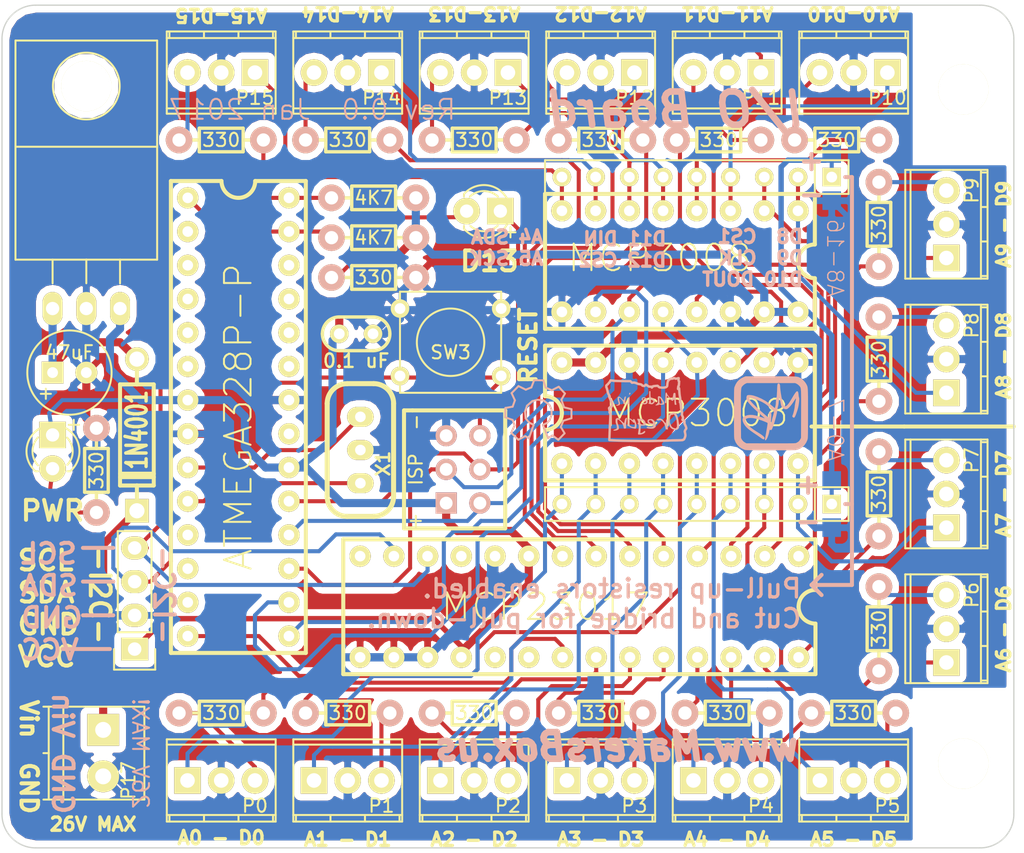
<source format=kicad_pcb>
(kicad_pcb (version 4) (host pcbnew 4.0.4-stable)
  (layers (0 F.Cu signal hide) (31 B.Cu signal hide) (34 B.Paste user) (35 F.Paste user) (36 B.SilkS user) (37 F.SilkS user) (38 B.Mask user) (39 F.Mask user) (44 Edge.Cuts user))
  (net 0 "")
  (net 1 +5V)
  (net 2 GND)
  (net 3 +12V)
  (net 4 /D12)
  (net 5 /D13)
  (net 6 /D11)
  (net 7 /RESET)
  (net 8 "Net-(D12-Pad1)")
  (net 9 "Net-(IC1-Pad9)")
  (net 10 "Net-(IC1-Pad10)")
  (net 11 /D8)
  (net 12 /D9)
  (net 13 /D10)
  (net 14 /A4)
  (net 15 /A5)
  (net 16 "Net-(P0-Pad3)")
  (net 17 "Net-(P0-Pad1)")
  (net 18 "Net-(P1-Pad3)")
  (net 19 "Net-(P1-Pad1)")
  (net 20 "Net-(P2-Pad3)")
  (net 21 "Net-(P2-Pad1)")
  (net 22 "Net-(P3-Pad1)")
  (net 23 "Net-(P4-Pad3)")
  (net 24 "Net-(P4-Pad1)")
  (net 25 "Net-(P5-Pad3)")
  (net 26 "Net-(P5-Pad1)")
  (net 27 "Net-(P6-Pad3)")
  (net 28 "Net-(P6-Pad1)")
  (net 29 "Net-(P7-Pad3)")
  (net 30 "Net-(P7-Pad1)")
  (net 31 "Net-(P8-Pad3)")
  (net 32 "Net-(P8-Pad1)")
  (net 33 "Net-(P9-Pad3)")
  (net 34 "Net-(P9-Pad1)")
  (net 35 "Net-(P10-Pad3)")
  (net 36 "Net-(P10-Pad1)")
  (net 37 "Net-(P11-Pad3)")
  (net 38 "Net-(P11-Pad1)")
  (net 39 "Net-(P12-Pad3)")
  (net 40 "Net-(P12-Pad1)")
  (net 41 "Net-(P13-Pad3)")
  (net 42 "Net-(P13-Pad1)")
  (net 43 "Net-(P14-Pad3)")
  (net 44 "Net-(P14-Pad1)")
  (net 45 "Net-(P15-Pad3)")
  (net 46 "Net-(P15-Pad1)")
  (net 47 "Net-(P3-Pad3)")
  (net 48 "Net-(D1-Pad2)")
  (net 49 "Net-(RB0-Pad1)")
  (net 50 "Net-(RB1-Pad1)")
  (net 51 "Net-(RB2-Pad1)")
  (net 52 "Net-(RB3-Pad1)")
  (net 53 "Net-(RB4-Pad1)")
  (net 54 "Net-(RB5-Pad1)")
  (net 55 "Net-(RB6-Pad1)")
  (net 56 "Net-(RB7-Pad1)")
  (net 57 "Net-(RB8-Pad1)")
  (net 58 "Net-(RB9-Pad1)")
  (net 59 "Net-(RB10-Pad1)")
  (net 60 "Net-(RB11-Pad1)")
  (net 61 "Net-(RB12-Pad1)")
  (net 62 "Net-(RB13-Pad1)")
  (net 63 "Net-(RB14-Pad1)")
  (net 64 "Net-(RB15-Pad1)")
  (net 65 "Net-(D2-Pad1)")
  (module Pin_Headers:Pin_Header_Straight_1x01 (layer F.Cu) (at 152.4 36.83)
    (fp_text reference REF**)
    (fp_text value Pin_Header_Straight_1x01 hide)
    (pad "" np_thru_hole circle (at 0 0) (size 3.8 3.8) (drill 3.8) (layers *.Cu *.Mask F.SilkS) (thermal_gap 4))
  )
  (module Pin_Headers:Pin_Header_Straight_1x01 (layer F.Cu) (at 152.4 87.63)
    (fp_text reference REF**)
    (fp_text value Pin_Header_Straight_1x01 hide)
    (pad "" np_thru_hole circle (at 0 0) (size 3.8 3.8) (drill 3.8) (layers *.Cu *.Mask F.SilkS))
  )
  (module myFootPrints:AVR-ISP-6 (layer F.Cu) (at 116 68 180)
    (fp_text reference CON2 hide)
    (fp_text value AVR-ISP-6 hide)
    (fp_text user ISP (at 4.826 2.54 270) (layer F.SilkS))
    (fp_text user - (at 4.826 6.096 270) (layer F.SilkS))
    (fp_text user + (at 4.826 -1.27 180) (layer F.SilkS))
    (pad 1 thru_hole oval (at 0 0 180) (size 1.6 1.6) (drill 0.9652) (layers *.Cu B.SilkS B.Mask) (net 4 /D12))
    (pad 2 thru_hole rect (at 2.54 0 180) (size 1.6 1.6) (drill 0.9652) (layers *.Cu B.SilkS B.Mask) (net 1 +5V))
    (pad 3 thru_hole oval (at 0 2.54 180) (size 1.6 1.6) (drill 0.9652) (layers *.Cu B.SilkS B.Mask) (net 5 /D13))
    (pad 4 thru_hole oval (at 2.54 2.54 180) (size 1.6 1.6) (drill 0.9652) (layers *.Cu B.SilkS B.Mask) (net 6 /D11))
    (pad 5 thru_hole oval (at 0 5.08 180) (size 1.6 1.6) (drill 0.9652) (layers *.Cu B.SilkS B.Mask) (net 7 /RESET))
    (pad 6 thru_hole oval (at 2.54 5.08 180) (size 1.6 1.6) (drill 0.9652) (layers *.Cu B.SilkS B.Mask) (net 2 GND))
  )
  (module Housings_DIP:DIP-28_W7.62mm (layer F.Cu) (at 94 45)
    (fp_text reference IC1)
    (fp_text value ATMEGA328P-P (at 3.81 16.51 90) (layer F.SilkS) (effects (font (size 2 2))))
    (pad 1 thru_hole oval (at 0 0) (size 1.6 1.6) (drill 0.8) (layers *.Cu *.Mask F.SilkS) (net 7 /RESET))
    (pad 2 thru_hole oval (at 0 2.54) (size 1.6 1.6) (drill 0.8) (layers *.Cu *.Mask F.SilkS))
    (pad 3 thru_hole oval (at 0 5.08) (size 1.6 1.6) (drill 0.8) (layers *.Cu *.Mask F.SilkS))
    (pad 4 thru_hole oval (at 0 7.62) (size 1.6 1.6) (drill 0.8) (layers *.Cu *.Mask F.SilkS))
    (pad 5 thru_hole oval (at 0 10.16) (size 1.6 1.6) (drill 0.8) (layers *.Cu *.Mask F.SilkS))
    (pad 6 thru_hole oval (at 0 12.7) (size 1.6 1.6) (drill 0.8) (layers *.Cu *.Mask F.SilkS))
    (pad 7 thru_hole oval (at 0 15.24) (size 1.6 1.6) (drill 0.8) (layers *.Cu *.Mask F.SilkS) (net 1 +5V))
    (pad 8 thru_hole oval (at 0 17.78) (size 1.6 1.6) (drill 0.8) (layers *.Cu *.Mask F.SilkS) (net 2 GND))
    (pad 9 thru_hole oval (at 0 20.32) (size 1.6 1.6) (drill 0.8) (layers *.Cu *.Mask F.SilkS) (net 9 "Net-(IC1-Pad9)"))
    (pad 10 thru_hole oval (at 0 22.86) (size 1.6 1.6) (drill 0.8) (layers *.Cu *.Mask F.SilkS) (net 10 "Net-(IC1-Pad10)"))
    (pad 11 thru_hole oval (at 0 25.4) (size 1.6 1.6) (drill 0.8) (layers *.Cu *.Mask F.SilkS))
    (pad 12 thru_hole oval (at 0 27.94) (size 1.6 1.6) (drill 0.8) (layers *.Cu *.Mask F.SilkS))
    (pad 13 thru_hole oval (at 0 30.48) (size 1.6 1.6) (drill 0.8) (layers *.Cu *.Mask F.SilkS))
    (pad 14 thru_hole oval (at 0 33.02) (size 1.6 1.6) (drill 0.8) (layers *.Cu *.Mask F.SilkS) (net 11 /D8))
    (pad 15 thru_hole oval (at 7.62 33.02) (size 1.6 1.6) (drill 0.8) (layers *.Cu *.Mask F.SilkS) (net 12 /D9))
    (pad 16 thru_hole oval (at 7.62 30.48) (size 1.6 1.6) (drill 0.8) (layers *.Cu *.Mask F.SilkS) (net 13 /D10))
    (pad 17 thru_hole oval (at 7.62 27.94) (size 1.6 1.6) (drill 0.8) (layers *.Cu *.Mask F.SilkS) (net 6 /D11))
    (pad 18 thru_hole oval (at 7.62 25.4) (size 1.6 1.6) (drill 0.8) (layers *.Cu *.Mask F.SilkS) (net 4 /D12))
    (pad 19 thru_hole oval (at 7.62 22.86) (size 1.6 1.6) (drill 0.8) (layers *.Cu *.Mask F.SilkS) (net 5 /D13))
    (pad 20 thru_hole oval (at 7.62 20.32) (size 1.6 1.6) (drill 0.8) (layers *.Cu *.Mask F.SilkS) (net 1 +5V))
    (pad 21 thru_hole oval (at 7.62 17.78) (size 1.6 1.6) (drill 0.8) (layers *.Cu *.Mask F.SilkS))
    (pad 22 thru_hole oval (at 7.62 15.24) (size 1.6 1.6) (drill 0.8) (layers *.Cu *.Mask F.SilkS) (net 2 GND))
    (pad 23 thru_hole oval (at 7.62 12.7) (size 1.6 1.6) (drill 0.8) (layers *.Cu *.Mask F.SilkS))
    (pad 24 thru_hole oval (at 7.62 10.16) (size 1.6 1.6) (drill 0.8) (layers *.Cu *.Mask F.SilkS))
    (pad 25 thru_hole oval (at 7.62 7.62) (size 1.6 1.6) (drill 0.8) (layers *.Cu *.Mask F.SilkS))
    (pad 26 thru_hole oval (at 7.62 5.08) (size 1.6 1.6) (drill 0.8) (layers *.Cu *.Mask F.SilkS))
    (pad 27 thru_hole oval (at 7.62 2.54) (size 1.6 1.6) (drill 0.8) (layers *.Cu *.Mask F.SilkS) (net 14 /A4))
    (pad 28 thru_hole oval (at 7.62 0) (size 1.6 1.6) (drill 0.8) (layers *.Cu *.Mask F.SilkS) (net 15 /A5))
  )
  (module Housings_DIP:DIP-28_W7.62mm (layer F.Cu) (at 140 72 270)
    (fp_text reference U4)
    (fp_text value MCP23017 (at 3.81 19.05 360) (layer F.SilkS) (effects (font (size 2 2))))
    (pad 1 thru_hole oval (at 0 0 270) (size 1.6 1.6) (drill 0.8) (layers *.Cu *.Mask F.SilkS) (net 57 "Net-(RB8-Pad1)"))
    (pad 2 thru_hole oval (at 0 2.54 270) (size 1.6 1.6) (drill 0.8) (layers *.Cu *.Mask F.SilkS) (net 58 "Net-(RB9-Pad1)"))
    (pad 3 thru_hole oval (at 0 5.08 270) (size 1.6 1.6) (drill 0.8) (layers *.Cu *.Mask F.SilkS) (net 59 "Net-(RB10-Pad1)"))
    (pad 4 thru_hole oval (at 0 7.62 270) (size 1.6 1.6) (drill 0.8) (layers *.Cu *.Mask F.SilkS) (net 60 "Net-(RB11-Pad1)"))
    (pad 5 thru_hole oval (at 0 10.16 270) (size 1.6 1.6) (drill 0.8) (layers *.Cu *.Mask F.SilkS) (net 61 "Net-(RB12-Pad1)"))
    (pad 6 thru_hole oval (at 0 12.7 270) (size 1.6 1.6) (drill 0.8) (layers *.Cu *.Mask F.SilkS) (net 62 "Net-(RB13-Pad1)"))
    (pad 7 thru_hole oval (at 0 15.24 270) (size 1.6 1.6) (drill 0.8) (layers *.Cu *.Mask F.SilkS) (net 63 "Net-(RB14-Pad1)"))
    (pad 8 thru_hole oval (at 0 17.78 270) (size 1.6 1.6) (drill 0.8) (layers *.Cu *.Mask F.SilkS) (net 64 "Net-(RB15-Pad1)"))
    (pad 9 thru_hole oval (at 0 20.32 270) (size 1.6 1.6) (drill 0.8) (layers *.Cu *.Mask F.SilkS) (net 1 +5V))
    (pad 10 thru_hole oval (at 0 22.86 270) (size 1.6 1.6) (drill 0.8) (layers *.Cu *.Mask F.SilkS) (net 2 GND))
    (pad 11 thru_hole oval (at 0 25.4 270) (size 1.6 1.6) (drill 0.8) (layers *.Cu *.Mask F.SilkS))
    (pad 12 thru_hole oval (at 0 27.94 270) (size 1.6 1.6) (drill 0.8) (layers *.Cu *.Mask F.SilkS) (net 15 /A5))
    (pad 13 thru_hole oval (at 0 30.48 270) (size 1.6 1.6) (drill 0.8) (layers *.Cu *.Mask F.SilkS) (net 14 /A4))
    (pad 14 thru_hole oval (at 0 33.02 270) (size 1.6 1.6) (drill 0.8) (layers *.Cu *.Mask F.SilkS))
    (pad 15 thru_hole oval (at 7.62 33.02 270) (size 1.6 1.6) (drill 0.8) (layers *.Cu *.Mask F.SilkS) (net 2 GND))
    (pad 16 thru_hole oval (at 7.62 30.48 270) (size 1.6 1.6) (drill 0.8) (layers *.Cu *.Mask F.SilkS) (net 2 GND))
    (pad 17 thru_hole oval (at 7.62 27.94 270) (size 1.6 1.6) (drill 0.8) (layers *.Cu *.Mask F.SilkS) (net 2 GND))
    (pad 18 thru_hole oval (at 7.62 25.4 270) (size 1.6 1.6) (drill 0.8) (layers *.Cu *.Mask F.SilkS) (net 1 +5V))
    (pad 19 thru_hole oval (at 7.62 22.86 270) (size 1.6 1.6) (drill 0.8) (layers *.Cu *.Mask F.SilkS))
    (pad 20 thru_hole oval (at 7.62 20.32 270) (size 1.6 1.6) (drill 0.8) (layers *.Cu *.Mask F.SilkS))
    (pad 21 thru_hole oval (at 7.62 17.78 270) (size 1.6 1.6) (drill 0.8) (layers *.Cu *.Mask F.SilkS) (net 49 "Net-(RB0-Pad1)"))
    (pad 22 thru_hole oval (at 7.62 15.24 270) (size 1.6 1.6) (drill 0.8) (layers *.Cu *.Mask F.SilkS) (net 50 "Net-(RB1-Pad1)"))
    (pad 23 thru_hole oval (at 7.62 12.7 270) (size 1.6 1.6) (drill 0.8) (layers *.Cu *.Mask F.SilkS) (net 51 "Net-(RB2-Pad1)"))
    (pad 24 thru_hole oval (at 7.62 10.16 270) (size 1.6 1.6) (drill 0.8) (layers *.Cu *.Mask F.SilkS) (net 52 "Net-(RB3-Pad1)"))
    (pad 25 thru_hole oval (at 7.62 7.62 270) (size 1.6 1.6) (drill 0.8) (layers *.Cu *.Mask F.SilkS) (net 53 "Net-(RB4-Pad1)"))
    (pad 26 thru_hole oval (at 7.62 5.08 270) (size 1.6 1.6) (drill 0.8) (layers *.Cu *.Mask F.SilkS) (net 54 "Net-(RB5-Pad1)"))
    (pad 27 thru_hole oval (at 7.62 2.54 270) (size 1.6 1.6) (drill 0.8) (layers *.Cu *.Mask F.SilkS) (net 55 "Net-(RB6-Pad1)"))
    (pad 28 thru_hole oval (at 7.62 0 270) (size 1.6 1.6) (drill 0.8) (layers *.Cu *.Mask F.SilkS) (net 56 "Net-(RB7-Pad1)"))
  )
  (module Housings_DIP:DIP-16_W7.62mm (layer F.Cu) (at 139.954 45.974 270)
    (fp_text reference U3)
    (fp_text value MCP3008 (at 3.556 10.414 540) (layer F.SilkS) (effects (font (size 2 2))))
    (pad 1 thru_hole oval (at 0 0 270) (size 1.6 1.6) (drill 0.8) (layers *.Cu *.Mask F.SilkS) (net 32 "Net-(P8-Pad1)"))
    (pad 2 thru_hole oval (at 0 2.54 270) (size 1.6 1.6) (drill 0.8) (layers *.Cu *.Mask F.SilkS) (net 34 "Net-(P9-Pad1)"))
    (pad 3 thru_hole oval (at 0 5.08 270) (size 1.6 1.6) (drill 0.8) (layers *.Cu *.Mask F.SilkS) (net 36 "Net-(P10-Pad1)"))
    (pad 4 thru_hole oval (at 0 7.62 270) (size 1.6 1.6) (drill 0.8) (layers *.Cu *.Mask F.SilkS) (net 38 "Net-(P11-Pad1)"))
    (pad 5 thru_hole oval (at 0 10.16 270) (size 1.6 1.6) (drill 0.8) (layers *.Cu *.Mask F.SilkS) (net 40 "Net-(P12-Pad1)"))
    (pad 6 thru_hole oval (at 0 12.7 270) (size 1.6 1.6) (drill 0.8) (layers *.Cu *.Mask F.SilkS) (net 42 "Net-(P13-Pad1)"))
    (pad 7 thru_hole oval (at 0 15.24 270) (size 1.6 1.6) (drill 0.8) (layers *.Cu *.Mask F.SilkS) (net 44 "Net-(P14-Pad1)"))
    (pad 8 thru_hole oval (at 0 17.78 270) (size 1.6 1.6) (drill 0.8) (layers *.Cu *.Mask F.SilkS) (net 46 "Net-(P15-Pad1)"))
    (pad 9 thru_hole oval (at 7.62 17.78 270) (size 1.6 1.6) (drill 0.8) (layers *.Cu *.Mask F.SilkS) (net 2 GND))
    (pad 10 thru_hole oval (at 7.62 15.24 270) (size 1.6 1.6) (drill 0.8) (layers *.Cu *.Mask F.SilkS) (net 4 /D12))
    (pad 11 thru_hole oval (at 7.62 12.7 270) (size 1.6 1.6) (drill 0.8) (layers *.Cu *.Mask F.SilkS) (net 6 /D11))
    (pad 12 thru_hole oval (at 7.62 10.16 270) (size 1.6 1.6) (drill 0.8) (layers *.Cu *.Mask F.SilkS) (net 13 /D10))
    (pad 13 thru_hole oval (at 7.62 7.62 270) (size 1.6 1.6) (drill 0.8) (layers *.Cu *.Mask F.SilkS) (net 12 /D9))
    (pad 14 thru_hole oval (at 7.62 5.08 270) (size 1.6 1.6) (drill 0.8) (layers *.Cu *.Mask F.SilkS) (net 2 GND))
    (pad 15 thru_hole oval (at 7.62 2.54 270) (size 1.6 1.6) (drill 0.8) (layers *.Cu *.Mask F.SilkS) (net 1 +5V))
    (pad 16 thru_hole oval (at 7.62 0 270) (size 1.6 1.6) (drill 0.8) (layers *.Cu *.Mask F.SilkS) (net 1 +5V))
  )
  (module Housings_DIP:DIP-16_W7.62mm (layer F.Cu) (at 122.174 65.024 90)
    (fp_text reference U2)
    (fp_text value MCP3008 (at 3.81 10.16 180) (layer F.SilkS) (effects (font (size 2 2))))
    (pad 1 thru_hole oval (at 0 0 90) (size 1.6 1.6) (drill 0.8) (layers *.Cu *.Mask F.SilkS) (net 17 "Net-(P0-Pad1)"))
    (pad 2 thru_hole oval (at 0 2.54 90) (size 1.6 1.6) (drill 0.8) (layers *.Cu *.Mask F.SilkS) (net 19 "Net-(P1-Pad1)"))
    (pad 3 thru_hole oval (at 0 5.08 90) (size 1.6 1.6) (drill 0.8) (layers *.Cu *.Mask F.SilkS) (net 21 "Net-(P2-Pad1)"))
    (pad 4 thru_hole oval (at 0 7.62 90) (size 1.6 1.6) (drill 0.8) (layers *.Cu *.Mask F.SilkS) (net 22 "Net-(P3-Pad1)"))
    (pad 5 thru_hole oval (at 0 10.16 90) (size 1.6 1.6) (drill 0.8) (layers *.Cu *.Mask F.SilkS) (net 24 "Net-(P4-Pad1)"))
    (pad 6 thru_hole oval (at 0 12.7 90) (size 1.6 1.6) (drill 0.8) (layers *.Cu *.Mask F.SilkS) (net 26 "Net-(P5-Pad1)"))
    (pad 7 thru_hole oval (at 0 15.24 90) (size 1.6 1.6) (drill 0.8) (layers *.Cu *.Mask F.SilkS) (net 28 "Net-(P6-Pad1)"))
    (pad 8 thru_hole oval (at 0 17.78 90) (size 1.6 1.6) (drill 0.8) (layers *.Cu *.Mask F.SilkS) (net 30 "Net-(P7-Pad1)"))
    (pad 9 thru_hole oval (at 7.62 17.78 90) (size 1.6 1.6) (drill 0.8) (layers *.Cu *.Mask F.SilkS) (net 2 GND))
    (pad 10 thru_hole oval (at 7.62 15.24 90) (size 1.6 1.6) (drill 0.8) (layers *.Cu *.Mask F.SilkS) (net 11 /D8))
    (pad 11 thru_hole oval (at 7.62 12.7 90) (size 1.6 1.6) (drill 0.8) (layers *.Cu *.Mask F.SilkS) (net 6 /D11))
    (pad 12 thru_hole oval (at 7.62 10.16 90) (size 1.6 1.6) (drill 0.8) (layers *.Cu *.Mask F.SilkS) (net 13 /D10))
    (pad 13 thru_hole oval (at 7.62 7.62 90) (size 1.6 1.6) (drill 0.8) (layers *.Cu *.Mask F.SilkS) (net 12 /D9))
    (pad 14 thru_hole oval (at 7.62 5.08 90) (size 1.6 1.6) (drill 0.8) (layers *.Cu *.Mask F.SilkS) (net 2 GND))
    (pad 15 thru_hole oval (at 7.62 2.54 90) (size 1.6 1.6) (drill 0.8) (layers *.Cu *.Mask F.SilkS) (net 1 +5V))
    (pad 16 thru_hole oval (at 7.62 0 90) (size 1.6 1.6) (drill 0.8) (layers *.Cu *.Mask F.SilkS) (net 1 +5V))
  )
  (module Terminal_Blocks:TerminalBlock_Pheonix_MPT-2.54mm_3pol (layer F.Cu) (at 103.505 88.9)
    (fp_text reference P1 (at 5.08 1.905) (layer F.SilkS))
    (fp_text value CONN_01X03)
    (pad 3 thru_hole oval (at 5.08 0) (size 1.99898 1.99898) (drill 1.09728) (layers *.Cu *.Mask F.SilkS) (net 18 "Net-(P1-Pad3)"))
    (pad 1 thru_hole rect (at 0 0) (size 1.99898 1.99898) (drill 1.09728) (layers *.Cu *.Mask F.SilkS) (net 19 "Net-(P1-Pad1)"))
    (pad 2 thru_hole oval (at 2.54 0) (size 1.99898 1.99898) (drill 1.09728) (layers *.Cu *.Mask F.SilkS) (net 2 GND))
  )
  (module Terminal_Blocks:TerminalBlock_Pheonix_MPT-2.54mm_3pol (layer F.Cu) (at 93.98 88.9)
    (fp_text reference P0 (at 5.08 1.905) (layer F.SilkS))
    (fp_text value CONN_01X03)
    (pad 3 thru_hole oval (at 5.08 0) (size 1.99898 1.99898) (drill 1.09728) (layers *.Cu *.Mask F.SilkS) (net 16 "Net-(P0-Pad3)"))
    (pad 1 thru_hole rect (at 0 0) (size 1.99898 1.99898) (drill 1.09728) (layers *.Cu *.Mask F.SilkS) (net 17 "Net-(P0-Pad1)"))
    (pad 2 thru_hole oval (at 2.54 0) (size 1.99898 1.99898) (drill 1.09728) (layers *.Cu *.Mask F.SilkS) (net 2 GND))
  )
  (module Pin_Headers:Pin_Header_Straight_1x01 (layer F.Cu) (at 142.494 66.294)
    (fp_text reference P20)
    (fp_text value CONN_01X01)
    (pad 1 smd rect (at 0 0) (size 1.4 1.4) (layers B.Cu B.Paste B.Mask) (net 1 +5V))
  )
  (module Pin_Headers:Pin_Header_Straight_1x01 (layer F.Cu) (at 142.494 69.85)
    (fp_text reference P21)
    (fp_text value CONN_01X01)
    (pad 1 smd rect (at 0 0) (size 1.4 1.4) (layers B.Cu B.Paste B.Mask) (net 2 GND))
  )
  (module Pin_Headers:Pin_Header_Straight_1x01 (layer F.Cu) (at 142.494 45.212)
    (fp_text reference P19)
    (fp_text value CONN_01X01)
    (pad 1 smd rect (at 0 0) (size 1.4 1.4) (layers B.Cu B.Paste B.Mask) (net 2 GND))
  )
  (module Pin_Headers:Pin_Header_Straight_1x01 (layer F.Cu) (at 142.494 41.656)
    (fp_text reference P18)
    (fp_text value CONN_01X01)
    (pad 1 smd rect (at 0 0) (size 1.4 1.4) (layers B.Cu B.Paste B.Mask) (net 1 +5V))
  )
  (module TO_SOT_Packages_THT:TO-220_Neutral123_Horizontal (layer F.Cu) (at 86.36 53.34)
    (fp_text reference U1)
    (fp_text value 7805)
    (pad GND thru_hole oval (at 0 0 90) (size 2.49936 1.50114) (drill 1.00076) (layers *.Cu *.Mask F.SilkS) (net 2 GND))
    (pad VI thru_hole oval (at -2.54 0 90) (size 2.49936 1.50114) (drill 1.00076) (layers *.Cu *.Mask F.SilkS) (net 3 +12V))
    (pad VO thru_hole oval (at 2.54 0 90) (size 2.49936 1.50114) (drill 1.00076) (layers *.Cu *.Mask F.SilkS) (net 1 +5V))
    (pad "" np_thru_hole circle (at 0 -16.764 90) (size 3.8 3.8) (drill 3.8) (layers *.Cu *.Mask F.SilkS))
  )
  (module myFootPrints:C1 (layer F.Cu) (at 106.68 55.245)
    (fp_text reference C1 hide)
    (fp_text value "0.1 uF" (at 0 2.032) (layer F.SilkS) (effects (font (size 1.016 1.016) (thickness 0.1778))))
    (pad 1 thru_hole circle (at -1.27 0) (size 1.397 1.397) (drill 0.8128) (layers *.Cu *.Mask F.SilkS) (net 1 +5V))
    (pad 2 thru_hole circle (at 1.27 0) (size 1.397 1.397) (drill 0.8128) (layers *.Cu *.Mask F.SilkS) (net 2 GND))
  )
  (module myFootPrints:C2 (layer F.Cu) (at 85.09 58.166)
    (fp_text reference C2 hide)
    (fp_text value 47uF (at 0 -1.524) (layer F.SilkS))
    (fp_text user + (at -1.778 1.524) (layer F.SilkS))
    (pad 1 thru_hole rect (at -1.27 0) (size 1.651 1.651) (drill 0.8128) (layers *.Cu *.Mask F.SilkS) (net 3 +12V))
    (pad 2 thru_hole circle (at 1.27 0) (size 1.651 1.651) (drill 0.8128) (layers *.Cu *.Mask F.SilkS) (net 2 GND))
  )
  (module myFootPrints:1N4001 (layer F.Cu) (at 90.17 63.5 270)
    (fp_text reference D1 hide)
    (fp_text value 1N4001 (at -1.016 0 270) (layer F.SilkS) (effects (font (size 1.524 1.016) (thickness 0.254))))
    (pad 1 thru_hole circle (at -6.35 0 270) (size 1.778 1.778) (drill 1.143) (layers *.Cu *.Mask F.SilkS) (net 3 +12V))
    (pad 2 thru_hole rect (at 5.08 0 270) (size 1.778 1.778) (drill 1.143) (layers *.Cu *.Mask F.SilkS) (net 48 "Net-(D1-Pad2)"))
  )
  (module myFootPrints:LED-3MM (layer F.Cu) (at 83.82 65.405 90)
    (fp_text reference D12 hide)
    (fp_text value LED)
    (fp_text user + (at 3.302 1.524 90) (layer F.SilkS))
    (pad 1 thru_hole circle (at 0 0 180) (size 2 2) (drill 1.00076) (layers *.Cu *.Mask F.SilkS) (net 8 "Net-(D12-Pad1)"))
    (pad 2 thru_hole rect (at 2.54 0 90) (size 2 2) (drill 1.00076) (layers *.Cu *.Mask F.SilkS) (net 1 +5V))
  )
  (module Terminal_Blocks:TerminalBlock_Pheonix_MPT-2.54mm_3pol (layer F.Cu) (at 113.03 88.9)
    (fp_text reference P2 (at 5.08 1.905) (layer F.SilkS))
    (fp_text value CONN_01X03)
    (pad 3 thru_hole oval (at 5.08 0) (size 1.99898 1.99898) (drill 1.09728) (layers *.Cu *.Mask F.SilkS) (net 20 "Net-(P2-Pad3)"))
    (pad 1 thru_hole rect (at 0 0) (size 1.99898 1.99898) (drill 1.09728) (layers *.Cu *.Mask F.SilkS) (net 21 "Net-(P2-Pad1)"))
    (pad 2 thru_hole oval (at 2.54 0) (size 1.99898 1.99898) (drill 1.09728) (layers *.Cu *.Mask F.SilkS) (net 2 GND))
  )
  (module Terminal_Blocks:TerminalBlock_Pheonix_MPT-2.54mm_3pol (layer F.Cu) (at 122.555 88.9)
    (fp_text reference P3 (at 5.08 1.905) (layer F.SilkS))
    (fp_text value CONN_01X03)
    (pad 3 thru_hole oval (at 5.08 0) (size 1.99898 1.99898) (drill 1.09728) (layers *.Cu *.Mask F.SilkS) (net 47 "Net-(P3-Pad3)"))
    (pad 1 thru_hole rect (at 0 0) (size 1.99898 1.99898) (drill 1.09728) (layers *.Cu *.Mask F.SilkS) (net 22 "Net-(P3-Pad1)"))
    (pad 2 thru_hole oval (at 2.54 0) (size 1.99898 1.99898) (drill 1.09728) (layers *.Cu *.Mask F.SilkS) (net 2 GND))
  )
  (module Terminal_Blocks:TerminalBlock_Pheonix_MPT-2.54mm_3pol (layer F.Cu) (at 132.08 88.9)
    (fp_text reference P4 (at 5.08 1.905) (layer F.SilkS))
    (fp_text value CONN_01X03)
    (pad 3 thru_hole oval (at 5.08 0) (size 1.99898 1.99898) (drill 1.09728) (layers *.Cu *.Mask F.SilkS) (net 23 "Net-(P4-Pad3)"))
    (pad 1 thru_hole rect (at 0 0) (size 1.99898 1.99898) (drill 1.09728) (layers *.Cu *.Mask F.SilkS) (net 24 "Net-(P4-Pad1)"))
    (pad 2 thru_hole oval (at 2.54 0) (size 1.99898 1.99898) (drill 1.09728) (layers *.Cu *.Mask F.SilkS) (net 2 GND))
  )
  (module Terminal_Blocks:TerminalBlock_Pheonix_MPT-2.54mm_3pol (layer F.Cu) (at 141.605 88.9)
    (fp_text reference P5 (at 5.08 1.905) (layer F.SilkS))
    (fp_text value CONN_01X03)
    (pad 3 thru_hole oval (at 5.08 0) (size 1.99898 1.99898) (drill 1.09728) (layers *.Cu *.Mask F.SilkS) (net 25 "Net-(P5-Pad3)"))
    (pad 1 thru_hole rect (at 0 0) (size 1.99898 1.99898) (drill 1.09728) (layers *.Cu *.Mask F.SilkS) (net 26 "Net-(P5-Pad1)"))
    (pad 2 thru_hole oval (at 2.54 0) (size 1.99898 1.99898) (drill 1.09728) (layers *.Cu *.Mask F.SilkS) (net 2 GND))
  )
  (module Terminal_Blocks:TerminalBlock_Pheonix_MPT-2.54mm_3pol (layer F.Cu) (at 151.13 80.01 90)
    (fp_text reference P6 (at 5.08 1.905 90) (layer F.SilkS))
    (fp_text value CONN_01X03)
    (pad 3 thru_hole oval (at 5.08 0 90) (size 1.99898 1.99898) (drill 1.09728) (layers *.Cu *.Mask F.SilkS) (net 27 "Net-(P6-Pad3)"))
    (pad 1 thru_hole rect (at 0 0 90) (size 1.99898 1.99898) (drill 1.09728) (layers *.Cu *.Mask F.SilkS) (net 28 "Net-(P6-Pad1)"))
    (pad 2 thru_hole oval (at 2.54 0 90) (size 1.99898 1.99898) (drill 1.09728) (layers *.Cu *.Mask F.SilkS) (net 2 GND))
  )
  (module Terminal_Blocks:TerminalBlock_Pheonix_MPT-2.54mm_3pol (layer F.Cu) (at 151.13 69.85 90)
    (fp_text reference P7 (at 5.08 1.905 90) (layer F.SilkS))
    (fp_text value CONN_01X03)
    (pad 3 thru_hole oval (at 5.08 0 90) (size 1.99898 1.99898) (drill 1.09728) (layers *.Cu *.Mask F.SilkS) (net 29 "Net-(P7-Pad3)"))
    (pad 1 thru_hole rect (at 0 0 90) (size 1.99898 1.99898) (drill 1.09728) (layers *.Cu *.Mask F.SilkS) (net 30 "Net-(P7-Pad1)"))
    (pad 2 thru_hole oval (at 2.54 0 90) (size 1.99898 1.99898) (drill 1.09728) (layers *.Cu *.Mask F.SilkS) (net 2 GND))
  )
  (module Terminal_Blocks:TerminalBlock_Pheonix_MPT-2.54mm_3pol (layer F.Cu) (at 151.13 59.69 90)
    (fp_text reference P8 (at 5.08 1.905 90) (layer F.SilkS))
    (fp_text value CONN_01X03)
    (pad 3 thru_hole oval (at 5.08 0 90) (size 1.99898 1.99898) (drill 1.09728) (layers *.Cu *.Mask F.SilkS) (net 31 "Net-(P8-Pad3)"))
    (pad 1 thru_hole rect (at 0 0 90) (size 1.99898 1.99898) (drill 1.09728) (layers *.Cu *.Mask F.SilkS) (net 32 "Net-(P8-Pad1)"))
    (pad 2 thru_hole oval (at 2.54 0 90) (size 1.99898 1.99898) (drill 1.09728) (layers *.Cu *.Mask F.SilkS) (net 2 GND))
  )
  (module Terminal_Blocks:TerminalBlock_Pheonix_MPT-2.54mm_3pol (layer F.Cu) (at 151.13 49.53 90)
    (fp_text reference P9 (at 5.08 1.905 90) (layer F.SilkS))
    (fp_text value CONN_01X03)
    (pad 3 thru_hole oval (at 5.08 0 90) (size 1.99898 1.99898) (drill 1.09728) (layers *.Cu *.Mask F.SilkS) (net 33 "Net-(P9-Pad3)"))
    (pad 1 thru_hole rect (at 0 0 90) (size 1.99898 1.99898) (drill 1.09728) (layers *.Cu *.Mask F.SilkS) (net 34 "Net-(P9-Pad1)"))
    (pad 2 thru_hole oval (at 2.54 0 90) (size 1.99898 1.99898) (drill 1.09728) (layers *.Cu *.Mask F.SilkS) (net 2 GND))
  )
  (module Terminal_Blocks:TerminalBlock_Pheonix_MPT-2.54mm_3pol (layer F.Cu) (at 146.685 35.56 180)
    (fp_text reference P10 (at 0 -1.905 180) (layer F.SilkS))
    (fp_text value CONN_01X03)
    (pad 3 thru_hole oval (at 5.08 0 180) (size 1.99898 1.99898) (drill 1.09728) (layers *.Cu *.Mask F.SilkS) (net 35 "Net-(P10-Pad3)"))
    (pad 1 thru_hole rect (at 0 0 180) (size 1.99898 1.99898) (drill 1.09728) (layers *.Cu *.Mask F.SilkS) (net 36 "Net-(P10-Pad1)"))
    (pad 2 thru_hole oval (at 2.54 0 180) (size 1.99898 1.99898) (drill 1.09728) (layers *.Cu *.Mask F.SilkS) (net 2 GND))
  )
  (module Terminal_Blocks:TerminalBlock_Pheonix_MPT-2.54mm_3pol (layer F.Cu) (at 137.16 35.56 180)
    (fp_text reference P11 (at 0 -1.905 180) (layer F.SilkS))
    (fp_text value CONN_01X03)
    (pad 3 thru_hole oval (at 5.08 0 180) (size 1.99898 1.99898) (drill 1.09728) (layers *.Cu *.Mask F.SilkS) (net 37 "Net-(P11-Pad3)"))
    (pad 1 thru_hole rect (at 0 0 180) (size 1.99898 1.99898) (drill 1.09728) (layers *.Cu *.Mask F.SilkS) (net 38 "Net-(P11-Pad1)"))
    (pad 2 thru_hole oval (at 2.54 0 180) (size 1.99898 1.99898) (drill 1.09728) (layers *.Cu *.Mask F.SilkS) (net 2 GND))
  )
  (module Terminal_Blocks:TerminalBlock_Pheonix_MPT-2.54mm_3pol (layer F.Cu) (at 127.635 35.56 180)
    (fp_text reference P12 (at 0 -1.905 180) (layer F.SilkS))
    (fp_text value CONN_01X03)
    (pad 3 thru_hole oval (at 5.08 0 180) (size 1.99898 1.99898) (drill 1.09728) (layers *.Cu *.Mask F.SilkS) (net 39 "Net-(P12-Pad3)"))
    (pad 1 thru_hole rect (at 0 0 180) (size 1.99898 1.99898) (drill 1.09728) (layers *.Cu *.Mask F.SilkS) (net 40 "Net-(P12-Pad1)"))
    (pad 2 thru_hole oval (at 2.54 0 180) (size 1.99898 1.99898) (drill 1.09728) (layers *.Cu *.Mask F.SilkS) (net 2 GND))
  )
  (module Terminal_Blocks:TerminalBlock_Pheonix_MPT-2.54mm_3pol (layer F.Cu) (at 118.11 35.56 180)
    (fp_text reference P13 (at 0 -1.905 180) (layer F.SilkS))
    (fp_text value CONN_01X03)
    (pad 3 thru_hole oval (at 5.08 0 180) (size 1.99898 1.99898) (drill 1.09728) (layers *.Cu *.Mask F.SilkS) (net 41 "Net-(P13-Pad3)"))
    (pad 1 thru_hole rect (at 0 0 180) (size 1.99898 1.99898) (drill 1.09728) (layers *.Cu *.Mask F.SilkS) (net 42 "Net-(P13-Pad1)"))
    (pad 2 thru_hole oval (at 2.54 0 180) (size 1.99898 1.99898) (drill 1.09728) (layers *.Cu *.Mask F.SilkS) (net 2 GND))
  )
  (module Terminal_Blocks:TerminalBlock_Pheonix_MPT-2.54mm_3pol (layer F.Cu) (at 108.585 35.56 180)
    (fp_text reference P14 (at 0 -1.905 180) (layer F.SilkS))
    (fp_text value CONN_01X03)
    (pad 3 thru_hole oval (at 5.08 0 180) (size 1.99898 1.99898) (drill 1.09728) (layers *.Cu *.Mask F.SilkS) (net 43 "Net-(P14-Pad3)"))
    (pad 1 thru_hole rect (at 0 0 180) (size 1.99898 1.99898) (drill 1.09728) (layers *.Cu *.Mask F.SilkS) (net 44 "Net-(P14-Pad1)"))
    (pad 2 thru_hole oval (at 2.54 0 180) (size 1.99898 1.99898) (drill 1.09728) (layers *.Cu *.Mask F.SilkS) (net 2 GND))
  )
  (module Terminal_Blocks:TerminalBlock_Pheonix_MPT-2.54mm_3pol (layer F.Cu) (at 99.06 35.56 180)
    (fp_text reference P15 (at 0 -1.905 180) (layer F.SilkS))
    (fp_text value CONN_01X03)
    (pad 3 thru_hole oval (at 5.08 0 180) (size 1.99898 1.99898) (drill 1.09728) (layers *.Cu *.Mask F.SilkS) (net 45 "Net-(P15-Pad3)"))
    (pad 1 thru_hole rect (at 0 0 180) (size 1.99898 1.99898) (drill 1.09728) (layers *.Cu *.Mask F.SilkS) (net 46 "Net-(P15-Pad1)"))
    (pad 2 thru_hole oval (at 2.54 0 180) (size 1.99898 1.99898) (drill 1.09728) (layers *.Cu *.Mask F.SilkS) (net 2 GND))
  )
  (module myFootPrints:Resistor_Horz (layer F.Cu) (at 87.122 65.532 270)
    (fp_text reference R1)
    (fp_text value 330 (at 0 0 270) (layer F.SilkS))
    (pad 1 thru_hole circle (at -3.175 0 270) (size 1.99898 1.99898) (drill 1.00076) (layers *.Cu *.SilkS *.Mask) (net 2 GND))
    (pad 2 thru_hole circle (at 3.175 0 270) (size 1.99898 1.99898) (drill 1.00076) (layers *.Cu *.SilkS *.Mask) (net 8 "Net-(D12-Pad1)"))
  )
  (module myFootPrints:Resistor_Horz (layer F.Cu) (at 108 45 180)
    (fp_text reference R2)
    (fp_text value 4K7 (at 0 0 180) (layer F.SilkS))
    (pad 1 thru_hole circle (at -3.175 0 180) (size 1.99898 1.99898) (drill 1.00076) (layers *.Cu *.SilkS *.Mask) (net 1 +5V))
    (pad 2 thru_hole circle (at 3.175 0 180) (size 1.99898 1.99898) (drill 1.00076) (layers *.Cu *.SilkS *.Mask) (net 15 /A5))
  )
  (module myFootPrints:Resistor_Horz (layer F.Cu) (at 108 48 180)
    (fp_text reference R3)
    (fp_text value 4K7 (at 0 0 180) (layer F.SilkS))
    (pad 1 thru_hole circle (at -3.175 0 180) (size 1.99898 1.99898) (drill 1.00076) (layers *.Cu *.SilkS *.Mask) (net 1 +5V))
    (pad 2 thru_hole circle (at 3.175 0 180) (size 1.99898 1.99898) (drill 1.00076) (layers *.Cu *.SilkS *.Mask) (net 14 /A4))
  )
  (module Buttons_Switches_ThroughHole:SW_PUSH_SMALL (layer F.Cu) (at 113.792 55.88 180)
    (fp_text reference SW3 (at 0 -0.762 180) (layer F.SilkS))
    (fp_text value SW_PUSHBUTTON)
    (pad 1 thru_hole circle (at 3.81 -2.54 180) (size 1.397 1.397) (drill 0.8128) (layers *.Cu *.Mask F.SilkS) (net 7 /RESET))
    (pad 2 thru_hole circle (at 3.81 2.54 180) (size 1.397 1.397) (drill 0.8128) (layers *.Cu *.Mask F.SilkS) (net 2 GND))
    (pad 1 thru_hole circle (at -3.81 -2.54 180) (size 1.397 1.397) (drill 0.8128) (layers *.Cu *.Mask F.SilkS) (net 7 /RESET))
    (pad 2 thru_hole circle (at -3.81 2.54 180) (size 1.397 1.397) (drill 0.8128) (layers *.Cu *.Mask F.SilkS) (net 2 GND))
  )
  (module myFootPrints:resonator_sip3 (layer F.Cu) (at 107 64 90)
    (fp_text reference X1 (at -1.024 1.712 90) (layer F.SilkS) (effects (font (size 0.99568 0.99568) (thickness 0.19558))))
    (fp_text value RESONATOR)
    (pad 1 thru_hole oval (at -2.49936 0 90) (size 1.4986 1.99898) (drill 0.8001) (layers *.Cu *.Mask F.SilkS) (net 10 "Net-(IC1-Pad10)"))
    (pad 2 thru_hole oval (at 0 0 90) (size 1.4986 1.99898) (drill 0.8001) (layers *.Cu *.Mask F.SilkS) (net 2 GND))
    (pad 3 thru_hole oval (at 2.49936 0 90) (size 1.4986 1.99898) (drill 0.8001) (layers *.Cu *.Mask F.SilkS) (net 9 "Net-(IC1-Pad9)"))
  )
  (module Terminal_Blocks:TerminalBlock_Pheonix_PT-3.5mm_2pol (layer F.Cu) (at 87.63 85.09 270)
    (fp_text reference P17 (at 3.81 -1.905 450) (layer F.SilkS))
    (fp_text value TERM_2)
    (pad 2 thru_hole circle (at 3.5 0 270) (size 2.4 2.4) (drill 1.2) (layers *.Cu *.Mask F.SilkS) (net 2 GND))
    (pad 1 thru_hole rect (at 0 0 270) (size 2.4 2.4) (drill 1.2) (layers *.Cu *.Mask F.SilkS) (net 48 "Net-(D1-Pad2)"))
  )
  (module Pin_Headers:Pin_Header_Straight_1x04 (layer F.Cu) (at 90 79 180)
    (fp_text reference P16)
    (fp_text value CONN_01X04)
    (pad 1 thru_hole rect (at 0 0 180) (size 2.032 1.7272) (drill 1.016) (layers *.Cu *.Mask F.SilkS) (net 1 +5V))
    (pad 2 thru_hole oval (at 0 2.54 180) (size 2.032 1.7272) (drill 1.016) (layers *.Cu *.Mask F.SilkS) (net 2 GND))
    (pad 3 thru_hole oval (at 0 5.08 180) (size 2.032 1.7272) (drill 1.016) (layers *.Cu *.Mask F.SilkS) (net 14 /A4))
    (pad 4 thru_hole oval (at 0 7.62 180) (size 2.032 1.7272) (drill 1.016) (layers *.Cu *.Mask F.SilkS) (net 15 /A5))
  )
  (module myFootPrints:Resistor_Horz (layer F.Cu) (at 96.52 83.82 180)
    (fp_text reference RB0)
    (fp_text value 330 (at 0 0 180) (layer F.SilkS))
    (pad 1 thru_hole circle (at -3.175 0 180) (size 1.99898 1.99898) (drill 1.00076) (layers *.Cu *.SilkS *.Mask) (net 49 "Net-(RB0-Pad1)"))
    (pad 2 thru_hole circle (at 3.175 0 180) (size 1.99898 1.99898) (drill 1.00076) (layers *.Cu *.SilkS *.Mask) (net 16 "Net-(P0-Pad3)"))
  )
  (module Resistors_ThroughHole:Resistor_Array_SIP8 (layer F.Cu) (at 132.334 68.072 180)
    (fp_text reference RR1)
    (fp_text value RR8)
    (pad 1 thru_hole rect (at -10.16 0 180) (size 1.397 1.397) (drill 0.8128) (layers *.Cu *.Mask F.SilkS) (net 1 +5V))
    (pad 2 thru_hole circle (at -7.62 0 180) (size 1.397 1.397) (drill 0.8128) (layers *.Cu *.Mask F.SilkS) (net 30 "Net-(P7-Pad1)"))
    (pad 3 thru_hole circle (at -5.08 0 180) (size 1.397 1.397) (drill 0.8128) (layers *.Cu *.Mask F.SilkS) (net 28 "Net-(P6-Pad1)"))
    (pad 4 thru_hole circle (at -2.54 0 180) (size 1.397 1.397) (drill 0.8128) (layers *.Cu *.Mask F.SilkS) (net 26 "Net-(P5-Pad1)"))
    (pad 5 thru_hole circle (at 0 0 180) (size 1.397 1.397) (drill 0.8128) (layers *.Cu *.Mask F.SilkS) (net 24 "Net-(P4-Pad1)"))
    (pad 6 thru_hole circle (at 2.54 0 180) (size 1.397 1.397) (drill 0.8128) (layers *.Cu *.Mask F.SilkS) (net 22 "Net-(P3-Pad1)"))
    (pad 7 thru_hole circle (at 5.08 0 180) (size 1.397 1.397) (drill 0.8128) (layers *.Cu *.Mask F.SilkS) (net 21 "Net-(P2-Pad1)"))
    (pad 8 thru_hole circle (at 7.62 0 180) (size 1.397 1.397) (drill 0.8128) (layers *.Cu *.Mask F.SilkS) (net 19 "Net-(P1-Pad1)"))
    (pad 9 thru_hole circle (at 10.16 0 180) (size 1.397 1.397) (drill 0.8128) (layers *.Cu *.Mask F.SilkS) (net 17 "Net-(P0-Pad1)"))
  )
  (module Resistors_ThroughHole:Resistor_Array_SIP8 (layer F.Cu) (at 132.334 43.434 180)
    (fp_text reference RR2 hide)
    (fp_text value RR8)
    (pad 1 thru_hole rect (at -10.16 0 180) (size 1.397 1.397) (drill 0.8128) (layers *.Cu *.Mask F.SilkS) (net 1 +5V))
    (pad 2 thru_hole circle (at -7.62 0 180) (size 1.397 1.397) (drill 0.8128) (layers *.Cu *.Mask F.SilkS) (net 32 "Net-(P8-Pad1)"))
    (pad 3 thru_hole circle (at -5.08 0 180) (size 1.397 1.397) (drill 0.8128) (layers *.Cu *.Mask F.SilkS) (net 34 "Net-(P9-Pad1)"))
    (pad 4 thru_hole circle (at -2.54 0 180) (size 1.397 1.397) (drill 0.8128) (layers *.Cu *.Mask F.SilkS) (net 36 "Net-(P10-Pad1)"))
    (pad 5 thru_hole circle (at 0 0 180) (size 1.397 1.397) (drill 0.8128) (layers *.Cu *.Mask F.SilkS) (net 38 "Net-(P11-Pad1)"))
    (pad 6 thru_hole circle (at 2.54 0 180) (size 1.397 1.397) (drill 0.8128) (layers *.Cu *.Mask F.SilkS) (net 40 "Net-(P12-Pad1)"))
    (pad 7 thru_hole circle (at 5.08 0 180) (size 1.397 1.397) (drill 0.8128) (layers *.Cu *.Mask F.SilkS) (net 42 "Net-(P13-Pad1)"))
    (pad 8 thru_hole circle (at 7.62 0 180) (size 1.397 1.397) (drill 0.8128) (layers *.Cu *.Mask F.SilkS) (net 44 "Net-(P14-Pad1)"))
    (pad 9 thru_hole circle (at 10.16 0 180) (size 1.397 1.397) (drill 0.8128) (layers *.Cu *.Mask F.SilkS) (net 46 "Net-(P15-Pad1)"))
  )
  (module myFootPrints:Resistor_Horz (layer F.Cu) (at 106.045 83.82)
    (fp_text reference RB1)
    (fp_text value 330 (at 0 0) (layer F.SilkS))
    (pad 1 thru_hole circle (at -3.175 0) (size 1.99898 1.99898) (drill 1.00076) (layers *.Cu *.SilkS *.Mask) (net 50 "Net-(RB1-Pad1)"))
    (pad 2 thru_hole circle (at 3.175 0) (size 1.99898 1.99898) (drill 1.00076) (layers *.Cu *.SilkS *.Mask) (net 18 "Net-(P1-Pad3)"))
  )
  (module myFootPrints:Resistor_Horz (layer F.Cu) (at 115.57 83.82)
    (fp_text reference RB2)
    (fp_text value 330 (at 0 0) (layer F.SilkS))
    (pad 1 thru_hole circle (at -3.175 0) (size 1.99898 1.99898) (drill 1.00076) (layers *.Cu *.SilkS *.Mask) (net 51 "Net-(RB2-Pad1)"))
    (pad 2 thru_hole circle (at 3.175 0) (size 1.99898 1.99898) (drill 1.00076) (layers *.Cu *.SilkS *.Mask) (net 20 "Net-(P2-Pad3)"))
  )
  (module myFootPrints:Resistor_Horz (layer F.Cu) (at 125.095 83.82)
    (fp_text reference RB3)
    (fp_text value 330 (at 0 0) (layer F.SilkS))
    (pad 1 thru_hole circle (at -3.175 0) (size 1.99898 1.99898) (drill 1.00076) (layers *.Cu *.SilkS *.Mask) (net 52 "Net-(RB3-Pad1)"))
    (pad 2 thru_hole circle (at 3.175 0) (size 1.99898 1.99898) (drill 1.00076) (layers *.Cu *.SilkS *.Mask) (net 47 "Net-(P3-Pad3)"))
  )
  (module myFootPrints:Resistor_Horz (layer F.Cu) (at 134.62 83.82)
    (fp_text reference RB4)
    (fp_text value 330 (at 0 0) (layer F.SilkS))
    (pad 1 thru_hole circle (at -3.175 0) (size 1.99898 1.99898) (drill 1.00076) (layers *.Cu *.SilkS *.Mask) (net 53 "Net-(RB4-Pad1)"))
    (pad 2 thru_hole circle (at 3.175 0) (size 1.99898 1.99898) (drill 1.00076) (layers *.Cu *.SilkS *.Mask) (net 23 "Net-(P4-Pad3)"))
  )
  (module myFootPrints:Resistor_Horz (layer F.Cu) (at 144.145 83.82)
    (fp_text reference RB5)
    (fp_text value 330 (at 0 0) (layer F.SilkS))
    (pad 1 thru_hole circle (at -3.175 0) (size 1.99898 1.99898) (drill 1.00076) (layers *.Cu *.SilkS *.Mask) (net 54 "Net-(RB5-Pad1)"))
    (pad 2 thru_hole circle (at 3.175 0) (size 1.99898 1.99898) (drill 1.00076) (layers *.Cu *.SilkS *.Mask) (net 25 "Net-(P5-Pad3)"))
  )
  (module myFootPrints:Resistor_Horz (layer F.Cu) (at 146.05 77.47 90)
    (fp_text reference RB6)
    (fp_text value 330 (at 0 0 90) (layer F.SilkS))
    (pad 1 thru_hole circle (at -3.175 0 90) (size 1.99898 1.99898) (drill 1.00076) (layers *.Cu *.SilkS *.Mask) (net 55 "Net-(RB6-Pad1)"))
    (pad 2 thru_hole circle (at 3.175 0 90) (size 1.99898 1.99898) (drill 1.00076) (layers *.Cu *.SilkS *.Mask) (net 27 "Net-(P6-Pad3)"))
  )
  (module myFootPrints:Resistor_Horz (layer F.Cu) (at 146.05 67.31 90)
    (fp_text reference RB7)
    (fp_text value 330 (at 0 0 90) (layer F.SilkS))
    (pad 1 thru_hole circle (at -3.175 0 90) (size 1.99898 1.99898) (drill 1.00076) (layers *.Cu *.SilkS *.Mask) (net 56 "Net-(RB7-Pad1)"))
    (pad 2 thru_hole circle (at 3.175 0 90) (size 1.99898 1.99898) (drill 1.00076) (layers *.Cu *.SilkS *.Mask) (net 29 "Net-(P7-Pad3)"))
  )
  (module myFootPrints:Resistor_Horz (layer F.Cu) (at 146.05 57.15 90)
    (fp_text reference RB8)
    (fp_text value 330 (at 0 0 90) (layer F.SilkS))
    (pad 1 thru_hole circle (at -3.175 0 90) (size 1.99898 1.99898) (drill 1.00076) (layers *.Cu *.SilkS *.Mask) (net 57 "Net-(RB8-Pad1)"))
    (pad 2 thru_hole circle (at 3.175 0 90) (size 1.99898 1.99898) (drill 1.00076) (layers *.Cu *.SilkS *.Mask) (net 31 "Net-(P8-Pad3)"))
  )
  (module myFootPrints:Resistor_Horz (layer F.Cu) (at 146.05 46.99 90)
    (fp_text reference RB9)
    (fp_text value 330 (at 0 0 90) (layer F.SilkS))
    (pad 1 thru_hole circle (at -3.175 0 90) (size 1.99898 1.99898) (drill 1.00076) (layers *.Cu *.SilkS *.Mask) (net 58 "Net-(RB9-Pad1)"))
    (pad 2 thru_hole circle (at 3.175 0 90) (size 1.99898 1.99898) (drill 1.00076) (layers *.Cu *.SilkS *.Mask) (net 33 "Net-(P9-Pad3)"))
  )
  (module myFootPrints:Resistor_Horz (layer F.Cu) (at 142.875 40.64 180)
    (fp_text reference RB10)
    (fp_text value 330 (at 0 0 180) (layer F.SilkS))
    (pad 1 thru_hole circle (at -3.175 0 180) (size 1.99898 1.99898) (drill 1.00076) (layers *.Cu *.SilkS *.Mask) (net 59 "Net-(RB10-Pad1)"))
    (pad 2 thru_hole circle (at 3.175 0 180) (size 1.99898 1.99898) (drill 1.00076) (layers *.Cu *.SilkS *.Mask) (net 35 "Net-(P10-Pad3)"))
  )
  (module myFootPrints:Resistor_Horz (layer F.Cu) (at 133.985 40.64)
    (fp_text reference RB11)
    (fp_text value 330 (at 0 0) (layer F.SilkS))
    (pad 1 thru_hole circle (at -3.175 0) (size 1.99898 1.99898) (drill 1.00076) (layers *.Cu *.SilkS *.Mask) (net 60 "Net-(RB11-Pad1)"))
    (pad 2 thru_hole circle (at 3.175 0) (size 1.99898 1.99898) (drill 1.00076) (layers *.Cu *.SilkS *.Mask) (net 37 "Net-(P11-Pad3)"))
  )
  (module myFootPrints:Resistor_Horz (layer F.Cu) (at 125.095 40.64 180)
    (fp_text reference RB12)
    (fp_text value 330 (at 0 0 180) (layer F.SilkS))
    (pad 1 thru_hole circle (at -3.175 0 180) (size 1.99898 1.99898) (drill 1.00076) (layers *.Cu *.SilkS *.Mask) (net 61 "Net-(RB12-Pad1)"))
    (pad 2 thru_hole circle (at 3.175 0 180) (size 1.99898 1.99898) (drill 1.00076) (layers *.Cu *.SilkS *.Mask) (net 39 "Net-(P12-Pad3)"))
  )
  (module myFootPrints:Resistor_Horz (layer F.Cu) (at 115.57 40.64 180)
    (fp_text reference RB13)
    (fp_text value 330 (at 0 0 180) (layer F.SilkS))
    (pad 1 thru_hole circle (at -3.175 0 180) (size 1.99898 1.99898) (drill 1.00076) (layers *.Cu *.SilkS *.Mask) (net 62 "Net-(RB13-Pad1)"))
    (pad 2 thru_hole circle (at 3.175 0 180) (size 1.99898 1.99898) (drill 1.00076) (layers *.Cu *.SilkS *.Mask) (net 41 "Net-(P13-Pad3)"))
  )
  (module myFootPrints:Resistor_Horz (layer F.Cu) (at 106.045 40.64 180)
    (fp_text reference RB14)
    (fp_text value 330 (at 0 0 180) (layer F.SilkS))
    (pad 1 thru_hole circle (at -3.175 0 180) (size 1.99898 1.99898) (drill 1.00076) (layers *.Cu *.SilkS *.Mask) (net 63 "Net-(RB14-Pad1)"))
    (pad 2 thru_hole circle (at 3.175 0 180) (size 1.99898 1.99898) (drill 1.00076) (layers *.Cu *.SilkS *.Mask) (net 43 "Net-(P14-Pad3)"))
  )
  (module myFootPrints:Resistor_Horz (layer F.Cu) (at 96.52 40.64 180)
    (fp_text reference RB15)
    (fp_text value 330 (at 0 0 180) (layer F.SilkS))
    (pad 1 thru_hole circle (at -3.175 0 180) (size 1.99898 1.99898) (drill 1.00076) (layers *.Cu *.SilkS *.Mask) (net 64 "Net-(RB15-Pad1)"))
    (pad 2 thru_hole circle (at 3.175 0 180) (size 1.99898 1.99898) (drill 1.00076) (layers *.Cu *.SilkS *.Mask) (net 45 "Net-(P15-Pad3)"))
  )
  (module myFootPrints:MB225rev (layer F.Cu) (at 137.922 61.214)
    (fp_text reference VAL hide)
    (fp_text value MB225rev hide)
  )
  (module myFootPrints:MadeInOregonRev25 (layer F.Cu) (at 128.524 60.96)
    (fp_text reference VAL hide)
    (fp_text value MadeInOregonRev25 hide)
  )
  (module myFootPrints:OSHW-bottom (layer F.Cu) (at 120.396 61.214)
    (fp_text reference REF** hide)
    (fp_text value OSHW hide)
  )
  (module myFootPrints:LED-3MM (layer F.Cu) (at 115 46)
    (fp_text reference D2 hide)
    (fp_text value LED)
    (fp_text user + (at 3.302 1.524) (layer F.SilkS))
    (pad 1 thru_hole circle (at 0 0 90) (size 2 2) (drill 1.00076) (layers *.Cu *.Mask F.SilkS) (net 65 "Net-(D2-Pad1)"))
    (pad 2 thru_hole rect (at 2.54 0) (size 2 2) (drill 1.00076) (layers *.Cu *.Mask F.SilkS) (net 5 /D13))
  )
  (module myFootPrints:Resistor_Horz (layer F.Cu) (at 108 51 180)
    (fp_text reference R4)
    (fp_text value 330 (at 0 0 180) (layer F.SilkS))
    (pad 1 thru_hole circle (at -3.175 0 180) (size 1.99898 1.99898) (drill 1.00076) (layers *.Cu *.SilkS *.Mask) (net 2 GND))
    (pad 2 thru_hole circle (at 3.175 0 180) (size 1.99898 1.99898) (drill 1.00076) (layers *.Cu *.SilkS *.Mask) (net 65 "Net-(D2-Pad1)"))
  )
  (gr_line (start 147.955 62.23) (end 140.97 62.23) (angle 90) (layer F.SilkS) (width 0.3))
  (gr_line (start 147.955 62.23) (end 156.21 62.23) (angle 90) (layer F.SilkS) (width 0.3))
  (gr_text A8-16 (at 142.748 49.53 270) (layer B.SilkS) (effects (font (size 1.2 1.2) (thickness 0.1)) (justify mirror)))
  (gr_text A0-7 (at 142.748 62.484 270) (layer B.SilkS) (effects (font (size 1.2 1.2) (thickness 0.1)) (justify mirror)))
  (gr_text "26V MAX!" (at 90.424 86.868 270) (layer B.SilkS) (effects (font (size 1.2 1.2)) (justify mirror)))
  (gr_text "GND Vin" (at 84.582 86.868 270) (layer B.SilkS) (effects (font (size 1.5 1.5) (thickness 0.3)) (justify mirror)))
  (gr_text -I2C- (at 92.202 74.93 270) (layer B.SilkS) (effects (font (size 1.5 1.5) (thickness 0.3)) (justify mirror)))
  (gr_text -I2C- (at 87.376 74.93 270) (layer F.SilkS) (effects (font (size 1.5 1.5) (thickness 0.3))))
  (gr_line (start 88.138 78.994) (end 84.582 78.994) (angle 90) (layer B.SilkS) (width 0.3))
  (gr_line (start 86.36 76.454) (end 86.106 76.454) (angle 90) (layer B.SilkS) (width 0.3))
  (gr_line (start 88.392 76.454) (end 86.36 76.454) (angle 90) (layer B.SilkS) (width 0.3))
  (gr_line (start 88.392 73.914) (end 86.106 73.914) (angle 90) (layer B.SilkS) (width 0.3))
  (gr_line (start 88.392 71.374) (end 86.106 71.374) (angle 90) (layer B.SilkS) (width 0.3))
  (gr_text "SCL\nSDA\nGND\nVCC" (at 81.28 75.438) (layer B.SilkS) (effects (font (size 1.5 1.5) (thickness 0.3)) (justify right mirror)))
  (gr_text PWR (at 83.82 68.58) (layer F.SilkS) (effects (font (size 1.5 1.5) (thickness 0.3))))
  (gr_text D13 (at 116.713 49.784) (layer F.SilkS) (effects (font (size 1.5 1.5) (thickness 0.3))))
  (gr_text www.MakersBox.us (at 126.365 86.36) (layer B.SilkS) (effects (font (size 2 2) (thickness 0.5) italic) (justify mirror)))
  (gr_line (start 140.97 74.168) (end 141.732 74.93) (angle 90) (layer B.SilkS) (width 0.3))
  (gr_line (start 140.97 74.168) (end 141.732 73.406) (angle 90) (layer B.SilkS) (width 0.3))
  (gr_line (start 144.018 74.168) (end 140.97 74.168) (angle 90) (layer B.SilkS) (width 0.3))
  (gr_line (start 144.018 68.072) (end 144.018 74.168) (angle 90) (layer B.SilkS) (width 0.3))
  (gr_line (start 144.018 68.072) (end 143.51 68.072) (angle 90) (layer B.SilkS) (width 0.3))
  (gr_line (start 144.018 43.434) (end 144.018 68.072) (angle 90) (layer B.SilkS) (width 0.3))
  (gr_line (start 143.51 43.434) (end 144.018 43.434) (angle 90) (layer B.SilkS) (width 0.3))
  (gr_text "Pull-up resistors enabled.\nCut and bridge for pull-down." (at 140.335 75.565) (layer B.SilkS) (effects (font (size 1.4 1.4) (thickness 0.25)) (justify left mirror)))
  (gr_line (start 80.01 91.44) (end 80.01 33.02) (angle 90) (layer Edge.Cuts) (width 0.1))
  (gr_line (start 153.67 93.98) (end 82.55 93.98) (angle 90) (layer Edge.Cuts) (width 0.1))
  (gr_line (start 156.21 33.02) (end 156.21 91.44) (angle 90) (layer Edge.Cuts) (width 0.1))
  (gr_line (start 82.55 30.48) (end 153.67 30.48) (angle 90) (layer Edge.Cuts) (width 0.1))
  (gr_arc (start 82.55 33.02) (end 80.01 33.02) (angle 90) (layer Edge.Cuts) (width 0.1))
  (gr_arc (start 153.67 33.02) (end 153.67 30.48) (angle 90) (layer Edge.Cuts) (width 0.1))
  (gr_arc (start 153.67 91.44) (end 156.21 91.44) (angle 90) (layer Edge.Cuts) (width 0.1))
  (gr_arc (start 82.55 91.44) (end 82.55 93.98) (angle 90) (layer Edge.Cuts) (width 0.1))
  (gr_text "Rev 0.0  Jan 2017" (at 103.378 38.354) (layer B.SilkS) (effects (font (size 1.5 1.5)) (justify mirror)))
  (gr_text "I/O Board" (at 130.81 38.354) (layer B.SilkS) (effects (font (size 2.5 2.5) (thickness 0.5) italic) (justify mirror)))
  (gr_text "A4 SDA\nA5 SCK" (at 120.904 48.768) (layer B.SilkS) (effects (font (size 1 1) (thickness 0.25)) (justify left mirror)))
  (gr_text "D11 DIN\nD12 CS2" (at 130.175 48.895) (layer B.SilkS) (effects (font (size 1 1) (thickness 0.25)) (justify left mirror)))
  (gr_text "D8  CS1\nD9  CLK \nD10 DOUT" (at 140.462 49.53) (layer B.SilkS) (effects (font (size 1 1) (thickness 0.25)) (justify left mirror)))
  (gr_text "SCL\nSDA\nGND\nVCC" (at 81.026 75.946) (layer F.SilkS) (effects (font (size 1.5 1.5) (thickness 0.3)) (justify left)))
  (gr_text "26V MAX" (at 86.868 92.202) (layer F.SilkS) (effects (font (size 1 1) (thickness 0.25))))
  (gr_text "Vin  GND" (at 82.042 87.122 270) (layer F.SilkS) (effects (font (size 1.25 1.25) (thickness 0.3))))
  (gr_text RESET (at 119.634 56.134 90) (layer F.SilkS) (effects (font (size 1.25 1.25) (thickness 0.3))))
  (gr_text A15-D15 (at 96.52 31.242 180) (layer F.SilkS) (effects (font (size 1 1) (thickness 0.25))))
  (gr_text A14-D14 (at 106.045 31.115 180) (layer F.SilkS) (effects (font (size 1 1) (thickness 0.25))))
  (gr_text A13-D13 (at 115.57 31.115 180) (layer F.SilkS) (effects (font (size 1 1) (thickness 0.25))))
  (gr_text A12-D12 (at 125.095 31.115 180) (layer F.SilkS) (effects (font (size 1 1) (thickness 0.25))))
  (gr_text A11-D11 (at 134.62 31.115 180) (layer F.SilkS) (effects (font (size 1 1) (thickness 0.25))))
  (gr_text A10-D10 (at 144.145 31.115 180) (layer F.SilkS) (effects (font (size 1 1) (thickness 0.25))))
  (gr_text "A9 - D9" (at 155.448 46.99 90) (layer F.SilkS) (effects (font (size 1 1) (thickness 0.25))))
  (gr_text "A8 - D8" (at 155.448 56.896 90) (layer F.SilkS) (effects (font (size 1 1) (thickness 0.25))))
  (gr_text "A7 - D7" (at 155.448 67.31 90) (layer F.SilkS) (effects (font (size 1 1) (thickness 0.25))))
  (gr_text "A6 - D6" (at 155.448 77.47 90) (layer F.SilkS) (effects (font (size 1 1) (thickness 0.25))))
  (gr_text "A5 - D5" (at 144.145 93.345) (layer F.SilkS) (effects (font (size 1 1) (thickness 0.25))))
  (gr_text "A4 - D4" (at 134.62 93.345) (layer F.SilkS) (effects (font (size 1 1) (thickness 0.25))))
  (gr_text "A3 - D3" (at 125.095 93.345) (layer F.SilkS) (effects (font (size 1 1) (thickness 0.25))))
  (gr_text "A2 - D2" (at 115.57 93.345) (layer F.SilkS) (effects (font (size 1 1) (thickness 0.25))))
  (gr_text "A1 - D1" (at 106.045 93.345) (layer F.SilkS) (effects (font (size 1 1) (thickness 0.25))))
  (gr_text "A0 - D0" (at 96.52 93.218) (layer F.SilkS) (effects (font (size 1 1) (thickness 0.25))))
  (gr_text - (at 140.97 44.704) (layer B.SilkS) (effects (font (size 1.5 1.5) (thickness 0.3)) (justify mirror)))
  (gr_text + (at 140.97 42.164) (layer B.SilkS) (effects (font (size 1.5 1.5) (thickness 0.3)) (justify mirror)))
  (gr_text - (at 140.716 69.342) (layer B.SilkS) (effects (font (size 1.5 1.5) (thickness 0.3)) (justify mirror)))
  (gr_text + (at 140.716 66.548) (layer B.SilkS) (effects (font (size 1.5 1.5) (thickness 0.3)) (justify mirror)))
  (segment (start 104.902 57.404) (end 104.902 55.753) (width 0.6096) (layer B.Cu) (net 1))
  (segment (start 104.902 55.753) (end 105.41 55.245) (width 0.6096) (layer B.Cu) (net 1))
  (segment (start 105.41 55.245) (end 105.41 53.765) (width 0.6096) (layer F.Cu) (net 1))
  (segment (start 105.41 53.765) (end 111.175 48) (width 0.6096) (layer F.Cu) (net 1))
  (segment (start 94 60.24) (end 84.54 60.24) (width 0.3048) (layer B.Cu) (net 1))
  (segment (start 83.566 61.214) (end 83.82 62.865) (width 0.3048) (layer B.Cu) (net 1))
  (segment (start 84.54 60.24) (end 83.566 61.214) (width 0.3048) (layer B.Cu) (net 1))
  (segment (start 94 60.24) (end 90.466 60.24) (width 0.6096) (layer B.Cu) (net 1))
  (segment (start 88.9 54.864) (end 88.9 53.34) (width 0.6096) (layer B.Cu) (net 1))
  (segment (start 88.138 55.626) (end 88.9 54.864) (width 0.6096) (layer B.Cu) (net 1))
  (segment (start 88.138 57.912) (end 88.138 55.626) (width 0.6096) (layer B.Cu) (net 1))
  (segment (start 90.466 60.24) (end 88.138 57.912) (width 0.6096) (layer B.Cu) (net 1))
  (segment (start 120.142 49.276) (end 112.451 49.276) (width 0.6096) (layer B.Cu) (net 1))
  (segment (start 112.451 49.276) (end 111.175 48) (width 0.6096) (layer B.Cu) (net 1))
  (segment (start 120.142 49.276) (end 134.62 49.276) (width 0.6096) (layer B.Cu) (net 1))
  (segment (start 134.62 49.276) (end 137.414 52.07) (width 0.6096) (layer B.Cu) (net 1))
  (segment (start 137.414 53.594) (end 137.414 52.07) (width 0.6096) (layer B.Cu) (net 1))
  (segment (start 139.954 53.594) (end 139.954 53.086) (width 0.4064) (layer B.Cu) (net 1))
  (segment (start 139.954 53.086) (end 138.684 51.816) (width 0.4064) (layer B.Cu) (net 1))
  (segment (start 139.192 42.164) (end 141.986 42.164) (width 0.4064) (layer B.Cu) (net 1))
  (segment (start 138.684 42.672) (end 139.192 42.164) (width 0.4064) (layer B.Cu) (net 1))
  (segment (start 138.684 51.816) (end 138.684 42.672) (width 0.4064) (layer B.Cu) (net 1))
  (segment (start 141.986 42.164) (end 142.494 41.656) (width 0.4064) (layer B.Cu) (net 1))
  (segment (start 98.044 76.708) (end 112.522 76.708) (width 0.4064) (layer F.Cu) (net 1))
  (segment (start 98.044 76.708) (end 92.292 76.708) (width 0.4064) (layer F.Cu) (net 1))
  (segment (start 90 79) (end 92.292 76.708) (width 0.4064) (layer F.Cu) (net 1))
  (segment (start 114.6 78.786) (end 114.6 79.62) (width 0.4064) (layer F.Cu) (net 1))
  (segment (start 112.522 76.708) (end 114.6 78.786) (width 0.4064) (layer F.Cu) (net 1))
  (segment (start 139.954 53.594) (end 140.716 53.594) (width 0.4064) (layer B.Cu) (net 1))
  (segment (start 140.716 53.594) (end 142.494 55.372) (width 0.4064) (layer B.Cu) (net 1))
  (segment (start 142.494 55.372) (end 142.494 66.294) (width 0.4064) (layer B.Cu) (net 1))
  (segment (start 142.494 68.072) (end 142.494 66.294) (width 0.3048) (layer B.Cu) (net 1))
  (segment (start 142.494 43.434) (end 142.494 41.656) (width 0.3048) (layer B.Cu) (net 1))
  (segment (start 137.414 53.594) (end 139.954 53.594) (width 0.6096) (layer B.Cu) (net 1))
  (segment (start 124.714 57.404) (end 126.746 55.372) (width 0.6096) (layer F.Cu) (net 1))
  (segment (start 135.636 55.372) (end 137.414 53.594) (width 0.6096) (layer F.Cu) (net 1))
  (segment (start 126.746 55.372) (end 135.636 55.372) (width 0.6096) (layer F.Cu) (net 1))
  (segment (start 114.6 79.62) (end 114.436 79.62) (width 0.4064) (layer F.Cu) (net 1))
  (segment (start 101.62 65.32) (end 102.32 65.32) (width 0.6096) (layer B.Cu) (net 1))
  (segment (start 102.32 65.32) (end 104.902 63.246) (width 0.6096) (layer B.Cu) (net 1))
  (segment (start 104.902 63.246) (end 104.902 57.404) (width 0.6096) (layer B.Cu) (net 1))
  (segment (start 104.902 57.404) (end 104.902 57.336) (width 0.6096) (layer B.Cu) (net 1))
  (segment (start 101.62 65.32) (end 102.912 65.32) (width 0.6096) (layer B.Cu) (net 1))
  (segment (start 105.592 68) (end 113.46 68) (width 0.6096) (layer B.Cu) (net 1))
  (segment (start 102.912 65.32) (end 105.592 68) (width 0.6096) (layer B.Cu) (net 1))
  (segment (start 94 60.24) (end 97.07 60.24) (width 0.6096) (layer B.Cu) (net 1))
  (segment (start 99.864 65.32) (end 101.62 65.32) (width 0.6096) (layer B.Cu) (net 1))
  (segment (start 98.298 63.754) (end 99.864 65.32) (width 0.6096) (layer B.Cu) (net 1))
  (segment (start 98.298 61.468) (end 98.298 63.754) (width 0.6096) (layer B.Cu) (net 1))
  (segment (start 97.07 60.24) (end 98.298 61.468) (width 0.6096) (layer B.Cu) (net 1))
  (segment (start 111.175 45) (end 111.175 47.829) (width 0.6096) (layer B.Cu) (net 1))
  (segment (start 119.68 72) (end 119.68 71.42) (width 0.6096) (layer F.Cu) (net 1))
  (segment (start 119.68 71.42) (end 118.364 70.104) (width 0.6096) (layer F.Cu) (net 1))
  (segment (start 118.364 70.104) (end 114.3 70.104) (width 0.6096) (layer F.Cu) (net 1))
  (segment (start 114.3 70.104) (end 113.46 69.264) (width 0.6096) (layer F.Cu) (net 1))
  (segment (start 113.46 69.264) (end 113.46 68) (width 0.6096) (layer F.Cu) (net 1))
  (segment (start 114.6 79.62) (end 114.6 79.202) (width 0.6096) (layer F.Cu) (net 1))
  (segment (start 114.6 79.202) (end 119.68 74.122) (width 0.6096) (layer F.Cu) (net 1))
  (segment (start 119.68 74.122) (end 119.68 72) (width 0.6096) (layer F.Cu) (net 1))
  (segment (start 137.414 53.594) (end 137.368 53.64) (width 0.6096) (layer F.Cu) (net 1))
  (segment (start 124.714 57.404) (end 122.174 57.404) (width 0.6096) (layer F.Cu) (net 1))
  (segment (start 109.982 53.34) (end 109.982 54.102) (width 0.6096) (layer B.Cu) (net 2))
  (segment (start 108.839 55.245) (end 107.95 55.245) (width 0.6096) (layer B.Cu) (net 2))
  (segment (start 109.982 54.102) (end 108.839 55.245) (width 0.6096) (layer B.Cu) (net 2))
  (segment (start 134.62 35.56) (end 134.62 34.29) (width 0.6096) (layer B.Cu) (net 2))
  (segment (start 144.145 34.163) (end 144.145 35.56) (width 0.6096) (layer B.Cu) (net 2))
  (segment (start 143.256 33.274) (end 144.145 34.163) (width 0.6096) (layer B.Cu) (net 2))
  (segment (start 135.636 33.274) (end 143.256 33.274) (width 0.6096) (layer B.Cu) (net 2))
  (segment (start 134.62 34.29) (end 135.636 33.274) (width 0.6096) (layer B.Cu) (net 2))
  (segment (start 125.095 35.56) (end 125.095 34.163) (width 0.6096) (layer B.Cu) (net 2))
  (segment (start 125.095 34.163) (end 126.238 33.02) (width 0.6096) (layer B.Cu) (net 2))
  (segment (start 134.62 34.036) (end 134.62 35.56) (width 0.6096) (layer B.Cu) (net 2))
  (segment (start 133.604 33.02) (end 134.62 34.036) (width 0.6096) (layer B.Cu) (net 2))
  (segment (start 126.238 33.02) (end 133.604 33.02) (width 0.6096) (layer B.Cu) (net 2))
  (segment (start 115.57 35.56) (end 115.57 34.036) (width 0.6096) (layer B.Cu) (net 2))
  (segment (start 123.952 33.02) (end 125.095 34.163) (width 0.6096) (layer B.Cu) (net 2))
  (segment (start 116.586 33.02) (end 123.952 33.02) (width 0.6096) (layer B.Cu) (net 2))
  (segment (start 115.57 34.036) (end 116.586 33.02) (width 0.6096) (layer B.Cu) (net 2))
  (segment (start 106.045 35.56) (end 106.045 34.417) (width 0.6096) (layer B.Cu) (net 2))
  (segment (start 115.57 33.782) (end 115.57 35.56) (width 0.6096) (layer B.Cu) (net 2))
  (segment (start 114.808 33.02) (end 115.57 33.782) (width 0.6096) (layer B.Cu) (net 2))
  (segment (start 107.442 33.02) (end 114.808 33.02) (width 0.6096) (layer B.Cu) (net 2))
  (segment (start 106.045 34.417) (end 107.442 33.02) (width 0.6096) (layer B.Cu) (net 2))
  (segment (start 96.52 35.56) (end 96.52 34.29) (width 0.6096) (layer B.Cu) (net 2))
  (segment (start 106.045 34.163) (end 106.045 35.56) (width 0.6096) (layer B.Cu) (net 2))
  (segment (start 104.902 33.02) (end 106.045 34.163) (width 0.6096) (layer B.Cu) (net 2))
  (segment (start 97.79 33.02) (end 104.902 33.02) (width 0.6096) (layer B.Cu) (net 2))
  (segment (start 96.52 34.29) (end 97.79 33.02) (width 0.6096) (layer B.Cu) (net 2))
  (segment (start 144.145 88.9) (end 144.145 79.629) (width 0.6096) (layer B.Cu) (net 2))
  (segment (start 146.304 77.47) (end 151.13 77.47) (width 0.6096) (layer B.Cu) (net 2))
  (segment (start 144.145 79.629) (end 146.304 77.47) (width 0.6096) (layer B.Cu) (net 2))
  (segment (start 134.62 88.9) (end 134.62 90.424) (width 0.6096) (layer B.Cu) (net 2))
  (segment (start 134.62 90.424) (end 135.382 91.186) (width 0.6096) (layer B.Cu) (net 2))
  (segment (start 144.145 90.297) (end 144.145 88.9) (width 0.6096) (layer B.Cu) (net 2))
  (segment (start 143.256 91.186) (end 144.145 90.297) (width 0.6096) (layer B.Cu) (net 2))
  (segment (start 135.382 91.186) (end 143.256 91.186) (width 0.6096) (layer B.Cu) (net 2))
  (segment (start 125.095 88.9) (end 125.095 90.043) (width 0.6096) (layer B.Cu) (net 2))
  (segment (start 133.858 91.186) (end 134.62 90.424) (width 0.6096) (layer B.Cu) (net 2))
  (segment (start 126.238 91.186) (end 133.858 91.186) (width 0.6096) (layer B.Cu) (net 2))
  (segment (start 125.095 90.043) (end 126.238 91.186) (width 0.6096) (layer B.Cu) (net 2))
  (segment (start 115.57 88.9) (end 115.57 90.17) (width 0.6096) (layer B.Cu) (net 2))
  (segment (start 125.095 90.297) (end 125.095 88.9) (width 0.6096) (layer B.Cu) (net 2))
  (segment (start 124.206 91.186) (end 125.095 90.297) (width 0.6096) (layer B.Cu) (net 2))
  (segment (start 116.586 91.186) (end 124.206 91.186) (width 0.6096) (layer B.Cu) (net 2))
  (segment (start 115.57 90.17) (end 116.586 91.186) (width 0.6096) (layer B.Cu) (net 2))
  (segment (start 106.045 88.9) (end 106.045 90.297) (width 0.6096) (layer B.Cu) (net 2))
  (segment (start 115.57 90.424) (end 115.57 88.9) (width 0.6096) (layer B.Cu) (net 2))
  (segment (start 114.808 91.186) (end 115.57 90.424) (width 0.6096) (layer B.Cu) (net 2))
  (segment (start 106.934 91.186) (end 114.808 91.186) (width 0.6096) (layer B.Cu) (net 2))
  (segment (start 106.045 90.297) (end 106.934 91.186) (width 0.6096) (layer B.Cu) (net 2))
  (segment (start 97.536 91.186) (end 105.41 91.186) (width 0.6096) (layer B.Cu) (net 2))
  (segment (start 96.52 90.17) (end 97.536 91.186) (width 0.6096) (layer B.Cu) (net 2))
  (segment (start 106.045 90.551) (end 106.045 88.9) (width 0.6096) (layer B.Cu) (net 2))
  (segment (start 105.41 91.186) (end 106.045 90.551) (width 0.6096) (layer B.Cu) (net 2))
  (segment (start 86.36 58.166) (end 86.36 61.595) (width 0.6096) (layer F.Cu) (net 2))
  (segment (start 86.36 61.595) (end 87.122 62.357) (width 0.6096) (layer F.Cu) (net 2))
  (segment (start 87.122 62.357) (end 87.122 65.024) (width 0.6096) (layer B.Cu) (net 2))
  (segment (start 87.122 65.024) (end 84.836 67.31) (width 0.6096) (layer B.Cu) (net 2))
  (segment (start 84.836 67.31) (end 84.836 73.914) (width 0.6096) (layer B.Cu) (net 2))
  (segment (start 84.836 73.914) (end 87.382 76.46) (width 0.6096) (layer B.Cu) (net 2))
  (segment (start 87.382 76.46) (end 90 76.46) (width 0.6096) (layer B.Cu) (net 2))
  (segment (start 88.652 76.46) (end 90 76.46) (width 0.6096) (layer B.Cu) (net 2))
  (segment (start 86.36 53.34) (end 86.36 58.166) (width 0.6096) (layer B.Cu) (net 2))
  (segment (start 90 76.46) (end 89.16 76.46) (width 0.6096) (layer B.Cu) (net 2))
  (segment (start 106.98 79.62) (end 105.292 79.62) (width 0.6096) (layer B.Cu) (net 2))
  (segment (start 103.124 81.788) (end 89.408 81.788) (width 0.6096) (layer B.Cu) (net 2))
  (segment (start 105.292 79.62) (end 103.124 81.788) (width 0.6096) (layer B.Cu) (net 2))
  (segment (start 102.828 60.24) (end 101.62 60.24) (width 0.6096) (layer B.Cu) (net 2))
  (segment (start 103.632 59.436) (end 102.828 60.24) (width 0.6096) (layer B.Cu) (net 2))
  (segment (start 103.632 54.61) (end 103.632 59.436) (width 0.6096) (layer B.Cu) (net 2))
  (segment (start 101.62 60.24) (end 100.118 60.24) (width 0.6096) (layer B.Cu) (net 2))
  (segment (start 100.118 60.24) (end 96.52 56.642) (width 0.6096) (layer B.Cu) (net 2))
  (segment (start 96.52 56.642) (end 96.52 35.56) (width 0.6096) (layer B.Cu) (net 2))
  (segment (start 151.13 57.15) (end 152.654 57.15) (width 0.6096) (layer B.Cu) (net 2))
  (segment (start 152.654 57.15) (end 153.416 56.388) (width 0.6096) (layer B.Cu) (net 2))
  (segment (start 152.4 46.99) (end 151.13 46.99) (width 0.6096) (layer B.Cu) (net 2))
  (segment (start 153.416 48.006) (end 152.4 46.99) (width 0.6096) (layer B.Cu) (net 2))
  (segment (start 153.416 56.388) (end 153.416 48.006) (width 0.6096) (layer B.Cu) (net 2))
  (segment (start 151.13 67.31) (end 152.4 67.31) (width 0.6096) (layer B.Cu) (net 2))
  (segment (start 152.4 67.31) (end 153.416 66.294) (width 0.6096) (layer B.Cu) (net 2))
  (segment (start 153.416 57.912) (end 152.654 57.15) (width 0.6096) (layer B.Cu) (net 2))
  (segment (start 153.416 66.294) (end 153.416 57.912) (width 0.6096) (layer B.Cu) (net 2))
  (segment (start 151.13 77.47) (end 152.4 77.47) (width 0.6096) (layer B.Cu) (net 2))
  (segment (start 153.416 76.454) (end 153.416 68.326) (width 0.6096) (layer B.Cu) (net 2))
  (segment (start 153.416 68.326) (end 152.4 67.31) (width 0.6096) (layer B.Cu) (net 2))
  (segment (start 152.4 77.47) (end 153.416 76.454) (width 0.6096) (layer B.Cu) (net 2))
  (segment (start 96.52 88.9) (end 96.52 90.17) (width 0.6096) (layer B.Cu) (net 2))
  (segment (start 87.63 88.59) (end 88.59 88.59) (width 0.6096) (layer B.Cu) (net 2))
  (segment (start 88.59 88.59) (end 91.186 91.186) (width 0.6096) (layer B.Cu) (net 2))
  (segment (start 95.504 91.186) (end 96.52 90.17) (width 0.6096) (layer B.Cu) (net 2))
  (segment (start 91.186 91.186) (end 95.504 91.186) (width 0.6096) (layer B.Cu) (net 2))
  (segment (start 142.494 45.212) (end 144.526 47.244) (width 0.4064) (layer B.Cu) (net 2))
  (segment (start 144.526 47.244) (end 150.876 47.244) (width 0.4064) (layer B.Cu) (net 2))
  (segment (start 150.876 47.244) (end 151.13 46.99) (width 0.4064) (layer B.Cu) (net 2))
  (segment (start 142.494 69.85) (end 143.764 69.85) (width 0.4064) (layer B.Cu) (net 2))
  (segment (start 146.304 67.31) (end 151.13 67.31) (width 0.4064) (layer B.Cu) (net 2))
  (segment (start 143.764 69.85) (end 146.304 67.31) (width 0.4064) (layer B.Cu) (net 2))
  (segment (start 87.63 88.59) (end 87.94 88.59) (width 0.6096) (layer B.Cu) (net 2))
  (segment (start 87.94 88.59) (end 90.17 86.36) (width 0.6096) (layer B.Cu) (net 2))
  (segment (start 90.17 82.55) (end 89.408 81.788) (width 0.6096) (layer B.Cu) (net 2))
  (segment (start 90.17 86.36) (end 90.17 82.55) (width 0.6096) (layer B.Cu) (net 2))
  (segment (start 89.408 81.788) (end 87.63 80.01) (width 0.6096) (layer B.Cu) (net 2))
  (segment (start 88.64 76.46) (end 90 76.46) (width 0.6096) (layer B.Cu) (net 2))
  (segment (start 87.63 77.47) (end 88.64 76.46) (width 0.6096) (layer B.Cu) (net 2))
  (segment (start 87.63 80.01) (end 87.63 77.47) (width 0.6096) (layer B.Cu) (net 2))
  (segment (start 134.874 53.594) (end 134.874 53.086) (width 0.6096) (layer B.Cu) (net 2))
  (segment (start 134.874 53.086) (end 133.096 51.308) (width 0.6096) (layer B.Cu) (net 2))
  (segment (start 124.46 51.308) (end 122.174 53.594) (width 0.6096) (layer B.Cu) (net 2))
  (segment (start 133.096 51.308) (end 124.46 51.308) (width 0.6096) (layer B.Cu) (net 2))
  (segment (start 139.954 57.404) (end 139.954 57.15) (width 0.6096) (layer B.Cu) (net 2))
  (segment (start 139.954 57.15) (end 138.176 55.372) (width 0.6096) (layer B.Cu) (net 2))
  (segment (start 136.652 55.372) (end 134.874 53.594) (width 0.6096) (layer B.Cu) (net 2))
  (segment (start 138.176 55.372) (end 136.652 55.372) (width 0.6096) (layer B.Cu) (net 2))
  (segment (start 139.78 58.34) (end 139.954 57.404) (width 0.6096) (layer F.Cu) (net 2))
  (segment (start 109.52 79.62) (end 106.98 79.62) (width 0.6096) (layer B.Cu) (net 2))
  (segment (start 101.62 60.24) (end 105.114 60.24) (width 0.6096) (layer F.Cu) (net 2))
  (segment (start 105.114 60.24) (end 105.664 59.69) (width 0.6096) (layer F.Cu) (net 2))
  (segment (start 105.664 59.69) (end 108.204 59.69) (width 0.6096) (layer F.Cu) (net 2))
  (segment (start 108.204 59.69) (end 111.434 62.92) (width 0.6096) (layer F.Cu) (net 2))
  (segment (start 111.434 62.92) (end 113.46 62.92) (width 0.6096) (layer F.Cu) (net 2))
  (segment (start 94 62.78) (end 97.494 62.78) (width 0.6096) (layer F.Cu) (net 2))
  (segment (start 97.494 62.78) (end 100.034 60.24) (width 0.6096) (layer F.Cu) (net 2))
  (segment (start 100.034 60.24) (end 101.62 60.24) (width 0.6096) (layer F.Cu) (net 2))
  (segment (start 113.46 62.92) (end 113.46 57.81) (width 0.6096) (layer B.Cu) (net 2))
  (segment (start 107 64) (end 109.228 64) (width 0.6096) (layer B.Cu) (net 2))
  (segment (start 109.228 64) (end 110.308 62.92) (width 0.6096) (layer B.Cu) (net 2))
  (segment (start 110.308 62.92) (end 113.46 62.92) (width 0.6096) (layer B.Cu) (net 2))
  (segment (start 106.98 79.62) (end 112.06 79.62) (width 0.6096) (layer B.Cu) (net 2))
  (segment (start 112.06 79.62) (end 116.84 74.84) (width 0.6096) (layer B.Cu) (net 2))
  (segment (start 116.84 74.84) (end 116.84 72.3) (width 0.6096) (layer B.Cu) (net 2))
  (segment (start 116.84 72.3) (end 117.14 72) (width 0.6096) (layer B.Cu) (net 2))
  (segment (start 127.254 57.404) (end 127.254 58.016) (width 0.6096) (layer F.Cu) (net 2))
  (segment (start 127.254 58.016) (end 128.524 59.436) (width 0.6096) (layer F.Cu) (net 2))
  (segment (start 128.524 59.436) (end 138.684 59.436) (width 0.6096) (layer F.Cu) (net 2))
  (segment (start 138.684 59.436) (end 139.78 58.34) (width 0.6096) (layer F.Cu) (net 2))
  (segment (start 110.19 51.989) (end 111.125 51.054) (width 0.6096) (layer B.Cu) (net 2))
  (segment (start 122.174 53.594) (end 117.944 53.594) (width 0.6096) (layer B.Cu) (net 2))
  (segment (start 117.944 53.594) (end 117.81 53.46) (width 0.6096) (layer B.Cu) (net 2))
  (segment (start 110.19 53.46) (end 104.782 53.46) (width 0.6096) (layer B.Cu) (net 2))
  (segment (start 104.782 53.46) (end 103.632 54.61) (width 0.6096) (layer B.Cu) (net 2))
  (segment (start 110.19 53.46) (end 110.19 51.989) (width 0.6096) (layer B.Cu) (net 2))
  (segment (start 117.81 53.46) (end 110.19 53.46) (width 0.6096) (layer B.Cu) (net 2))
  (segment (start 113.46 57.81) (end 117.81 53.46) (width 0.6096) (layer B.Cu) (net 2))
  (segment (start 83.82 58.166) (end 83.82 57.658) (width 0.6096) (layer F.Cu) (net 3))
  (segment (start 83.82 57.658) (end 85.598 55.88) (width 0.6096) (layer F.Cu) (net 3))
  (segment (start 88.9 55.88) (end 90.17 57.15) (width 0.6096) (layer F.Cu) (net 3))
  (segment (start 85.598 55.88) (end 88.9 55.88) (width 0.6096) (layer F.Cu) (net 3))
  (segment (start 83.82 53.34) (end 83.82 58.166) (width 0.6096) (layer B.Cu) (net 3))
  (segment (start 121.158 61.214) (end 127 61.214) (width 0.3048) (layer B.Cu) (net 4))
  (segment (start 119.126 66.802) (end 117.928 68) (width 0.3048) (layer B.Cu) (net 4))
  (segment (start 119.126 63.246) (end 119.126 66.802) (width 0.3048) (layer B.Cu) (net 4))
  (segment (start 121.158 61.214) (end 119.126 63.246) (width 0.3048) (layer B.Cu) (net 4))
  (segment (start 116 68) (end 117.928 68) (width 0.3048) (layer B.Cu) (net 4))
  (segment (start 124.714 52.578) (end 124.714 53.594) (width 0.3048) (layer B.Cu) (net 4))
  (segment (start 125.222 52.07) (end 124.714 52.578) (width 0.3048) (layer B.Cu) (net 4))
  (segment (start 127.762 52.07) (end 125.222 52.07) (width 0.3048) (layer B.Cu) (net 4))
  (segment (start 128.524 52.832) (end 127.762 52.07) (width 0.3048) (layer B.Cu) (net 4))
  (segment (start 128.524 59.69) (end 128.524 52.832) (width 0.3048) (layer B.Cu) (net 4))
  (segment (start 127 61.214) (end 128.524 59.69) (width 0.3048) (layer B.Cu) (net 4))
  (segment (start 124.714 53.594) (end 124.714 53.236) (width 0.3048) (layer B.Cu) (net 4))
  (segment (start 116 68) (end 116 68.404) (width 0.3048) (layer B.Cu) (net 4))
  (segment (start 116 68.404) (end 115.062 69.342) (width 0.3048) (layer B.Cu) (net 4))
  (segment (start 102.678 69.342) (end 101.62 70.4) (width 0.3048) (layer B.Cu) (net 4))
  (segment (start 115.062 69.342) (end 102.678 69.342) (width 0.3048) (layer B.Cu) (net 4))
  (segment (start 116 65.46) (end 118.309 65.46) (width 0.3048) (layer F.Cu) (net 5))
  (segment (start 118.875198 47.335198) (end 117.54 46) (width 0.3048) (layer F.Cu) (net 5))
  (segment (start 118.875198 64.893802) (end 118.875198 47.335198) (width 0.3048) (layer F.Cu) (net 5))
  (segment (start 118.309 65.46) (end 118.875198 64.893802) (width 0.3048) (layer F.Cu) (net 5))
  (segment (start 116 65.46) (end 116 65.454) (width 0.3048) (layer F.Cu) (net 5))
  (segment (start 116 65.454) (end 114.808 64.262) (width 0.3048) (layer F.Cu) (net 5))
  (segment (start 114.808 64.262) (end 112.268 64.262) (width 0.3048) (layer F.Cu) (net 5))
  (segment (start 112.268 64.262) (end 108.67 67.86) (width 0.3048) (layer F.Cu) (net 5))
  (segment (start 108.67 67.86) (end 101.62 67.86) (width 0.3048) (layer F.Cu) (net 5))
  (segment (start 140.462 55.118) (end 141.224 54.356) (width 0.3048) (layer F.Cu) (net 6))
  (segment (start 127.254 53.594) (end 127.254 52.578) (width 0.3048) (layer F.Cu) (net 6))
  (segment (start 128.27 51.562) (end 127.254 52.578) (width 0.3048) (layer F.Cu) (net 6))
  (segment (start 140.208 51.562) (end 128.27 51.562) (width 0.3048) (layer F.Cu) (net 6))
  (segment (start 138.938 55.118) (end 140.462 55.118) (width 0.3048) (layer F.Cu) (net 6))
  (segment (start 138.176 55.88) (end 138.938 55.118) (width 0.3048) (layer F.Cu) (net 6))
  (segment (start 137.16 55.88) (end 138.176 55.88) (width 0.3048) (layer F.Cu) (net 6))
  (segment (start 137.16 55.88) (end 135.636 57.404) (width 0.3048) (layer F.Cu) (net 6))
  (segment (start 141.224 52.578) (end 140.208 51.562) (width 0.3048) (layer F.Cu) (net 6))
  (segment (start 141.224 54.356) (end 141.224 52.578) (width 0.3048) (layer F.Cu) (net 6))
  (segment (start 121.158 60.198) (end 125.222 60.198) (width 0.3048) (layer B.Cu) (net 6))
  (segment (start 113.46 65.46) (end 114.802 66.802) (width 0.3048) (layer B.Cu) (net 6))
  (segment (start 117.348 66.802) (end 114.802 66.802) (width 0.3048) (layer B.Cu) (net 6))
  (segment (start 118.364 65.786) (end 117.348 66.802) (width 0.3048) (layer B.Cu) (net 6))
  (segment (start 118.364 62.992) (end 118.364 65.786) (width 0.3048) (layer B.Cu) (net 6))
  (segment (start 121.158 60.198) (end 118.364 62.992) (width 0.3048) (layer B.Cu) (net 6))
  (segment (start 125.984 54.864) (end 127.254 53.594) (width 0.3048) (layer B.Cu) (net 6))
  (segment (start 125.984 59.436) (end 125.984 54.864) (width 0.3048) (layer B.Cu) (net 6))
  (segment (start 125.222 60.198) (end 125.984 59.436) (width 0.3048) (layer B.Cu) (net 6))
  (segment (start 134.874 57.404) (end 135.636 57.404) (width 0.3048) (layer F.Cu) (net 6))
  (segment (start 101.62 72.94) (end 102.912 72.94) (width 0.3048) (layer F.Cu) (net 6))
  (segment (start 112.34 65.46) (end 113.46 65.46) (width 0.3048) (layer F.Cu) (net 6))
  (segment (start 110.744 67.056) (end 112.34 65.46) (width 0.3048) (layer F.Cu) (net 6))
  (segment (start 110.744 72.898) (end 110.744 67.056) (width 0.3048) (layer F.Cu) (net 6))
  (segment (start 109.474 74.168) (end 110.744 72.898) (width 0.3048) (layer F.Cu) (net 6))
  (segment (start 104.14 74.168) (end 109.474 74.168) (width 0.3048) (layer F.Cu) (net 6))
  (segment (start 102.912 72.94) (end 104.14 74.168) (width 0.3048) (layer F.Cu) (net 6))
  (segment (start 127.254 53.594) (end 127.254 53.998) (width 0.3048) (layer B.Cu) (net 6))
  (segment (start 134.874 57.404) (end 134.874 56.642) (width 0.3048) (layer B.Cu) (net 6))
  (segment (start 110.19 58.54) (end 110.07 58.42) (width 0.3048) (layer B.Cu) (net 7))
  (segment (start 110.19 58.54) (end 103.766 58.54) (width 0.3048) (layer F.Cu) (net 7))
  (segment (start 103.766 58.54) (end 103.378 58.928) (width 0.3048) (layer F.Cu) (net 7))
  (segment (start 117.81 58.54) (end 110.19 58.54) (width 0.3048) (layer F.Cu) (net 7))
  (segment (start 116 60.35) (end 117.81 58.54) (width 0.3048) (layer F.Cu) (net 7))
  (segment (start 96.774 47.774) (end 94 45) (width 0.3048) (layer F.Cu) (net 7))
  (segment (start 96.774 55.118) (end 96.774 47.774) (width 0.3048) (layer F.Cu) (net 7))
  (segment (start 100.584 58.928) (end 96.774 55.118) (width 0.3048) (layer F.Cu) (net 7))
  (segment (start 103.378 58.928) (end 100.584 58.928) (width 0.3048) (layer F.Cu) (net 7))
  (segment (start 116 62.92) (end 116 60.35) (width 0.3048) (layer F.Cu) (net 7))
  (segment (start 83.82 65.405) (end 83.566 67.564) (width 0.3048) (layer F.Cu) (net 8))
  (segment (start 84.709 68.707) (end 87.122 68.707) (width 0.3048) (layer F.Cu) (net 8))
  (segment (start 83.566 67.564) (end 84.709 68.707) (width 0.3048) (layer F.Cu) (net 8))
  (segment (start 94 65.32) (end 99.018 65.32) (width 0.3048) (layer F.Cu) (net 9))
  (segment (start 104.49264 64.008) (end 107 61.50064) (width 0.3048) (layer F.Cu) (net 9))
  (segment (start 100.33 64.008) (end 104.49264 64.008) (width 0.3048) (layer F.Cu) (net 9))
  (segment (start 99.018 65.32) (end 100.33 64.008) (width 0.3048) (layer F.Cu) (net 9))
  (segment (start 94 67.86) (end 95.208 67.86) (width 0.3048) (layer F.Cu) (net 10))
  (segment (start 96.56864 66.49936) (end 107 66.49936) (width 0.3048) (layer F.Cu) (net 10))
  (segment (start 95.208 67.86) (end 96.56864 66.49936) (width 0.3048) (layer F.Cu) (net 10))
  (segment (start 121.412 77.724) (end 117.094 77.724) (width 0.3048) (layer F.Cu) (net 11))
  (segment (start 131.064 62.992) (end 133.604 60.452) (width 0.3048) (layer F.Cu) (net 11))
  (segment (start 133.604 60.452) (end 139.192 60.452) (width 0.3048) (layer F.Cu) (net 11))
  (segment (start 139.192 60.452) (end 141.224 58.42) (width 0.3048) (layer F.Cu) (net 11))
  (segment (start 141.224 58.42) (end 141.224 56.896) (width 0.3048) (layer F.Cu) (net 11))
  (segment (start 141.224 56.896) (end 140.462 56.134) (width 0.3048) (layer F.Cu) (net 11))
  (segment (start 140.462 56.134) (end 138.684 56.134) (width 0.3048) (layer F.Cu) (net 11))
  (segment (start 137.414 57.404) (end 138.684 56.134) (width 0.3048) (layer F.Cu) (net 11))
  (segment (start 127.762 77.724) (end 121.412 77.724) (width 0.3048) (layer F.Cu) (net 11))
  (segment (start 131.064 74.422) (end 127.762 77.724) (width 0.3048) (layer F.Cu) (net 11))
  (segment (start 131.064 70.866) (end 131.064 74.422) (width 0.3048) (layer F.Cu) (net 11))
  (segment (start 131.064 70.866) (end 131.064 62.992) (width 0.3048) (layer F.Cu) (net 11))
  (segment (start 99.356 78.02) (end 102.362 81.026) (width 0.3048) (layer F.Cu) (net 11))
  (segment (start 99.356 78.02) (end 94 78.02) (width 0.3048) (layer F.Cu) (net 11))
  (segment (start 115.316 81.026) (end 102.362 81.026) (width 0.3048) (layer F.Cu) (net 11))
  (segment (start 115.824 80.518) (end 115.316 81.026) (width 0.3048) (layer F.Cu) (net 11))
  (segment (start 115.824 78.994) (end 115.824 80.518) (width 0.3048) (layer F.Cu) (net 11))
  (segment (start 117.094 77.724) (end 115.824 78.994) (width 0.3048) (layer F.Cu) (net 11))
  (segment (start 137.414 57.404) (end 137.414 57.090802) (width 0.3048) (layer F.Cu) (net 11))
  (segment (start 128.778 62.23) (end 129.032 62.23) (width 0.3048) (layer B.Cu) (net 12))
  (segment (start 116.078 69.342) (end 115.316 70.104) (width 0.3048) (layer B.Cu) (net 12))
  (segment (start 115.316 70.104) (end 114.046 70.104) (width 0.3048) (layer B.Cu) (net 12))
  (segment (start 114.046 70.104) (end 113.284 70.866) (width 0.3048) (layer B.Cu) (net 12))
  (segment (start 101.62 78.02) (end 102.678 76.962) (width 0.3048) (layer B.Cu) (net 12))
  (segment (start 112.014 76.962) (end 102.678 76.962) (width 0.3048) (layer B.Cu) (net 12))
  (segment (start 113.284 75.692) (end 112.014 76.962) (width 0.3048) (layer B.Cu) (net 12))
  (segment (start 113.284 70.866) (end 113.284 75.692) (width 0.3048) (layer B.Cu) (net 12))
  (segment (start 119.888 67.564) (end 118.11 69.342) (width 0.3048) (layer B.Cu) (net 12))
  (segment (start 119.888 63.754) (end 119.888 67.564) (width 0.3048) (layer B.Cu) (net 12))
  (segment (start 121.412 62.23) (end 119.888 63.754) (width 0.3048) (layer B.Cu) (net 12))
  (segment (start 128.778 62.23) (end 121.412 62.23) (width 0.3048) (layer B.Cu) (net 12))
  (segment (start 118.11 69.342) (end 116.078 69.342) (width 0.3048) (layer B.Cu) (net 12))
  (segment (start 129.794 61.468) (end 129.794 57.404) (width 0.3048) (layer B.Cu) (net 12))
  (segment (start 129.032 62.23) (end 129.794 61.468) (width 0.3048) (layer B.Cu) (net 12))
  (segment (start 129.794 57.404) (end 129.794 56.896) (width 0.3048) (layer F.Cu) (net 12))
  (segment (start 129.794 56.896) (end 130.556 56.134) (width 0.3048) (layer F.Cu) (net 12))
  (segment (start 130.556 56.134) (end 136.144 56.134) (width 0.3048) (layer F.Cu) (net 12))
  (segment (start 136.144 56.134) (end 137.16 55.118) (width 0.3048) (layer F.Cu) (net 12))
  (segment (start 137.16 55.118) (end 137.922 55.118) (width 0.3048) (layer F.Cu) (net 12))
  (segment (start 137.922 55.118) (end 138.684 54.356) (width 0.3048) (layer F.Cu) (net 12))
  (segment (start 138.684 54.356) (end 138.684 52.832) (width 0.3048) (layer F.Cu) (net 12))
  (segment (start 138.684 52.832) (end 137.922 52.07) (width 0.3048) (layer F.Cu) (net 12))
  (segment (start 137.922 52.07) (end 132.842 52.07) (width 0.3048) (layer F.Cu) (net 12))
  (segment (start 132.842 52.07) (end 132.334 52.578) (width 0.3048) (layer F.Cu) (net 12))
  (segment (start 132.334 52.578) (end 132.334 53.594) (width 0.3048) (layer F.Cu) (net 12))
  (segment (start 129.794 56.84) (end 129.794 57.404) (width 0.3048) (layer F.Cu) (net 12))
  (segment (start 129.794 54.864) (end 129.748 53.64) (width 0.3048) (layer B.Cu) (net 13))
  (segment (start 129.748 53.64) (end 129.794 53.594) (width 0.3048) (layer B.Cu) (net 13))
  (segment (start 132.334 57.404) (end 129.794 54.864) (width 0.3048) (layer B.Cu) (net 13))
  (segment (start 132.334 57.404) (end 132.414 59.864) (width 0.3048) (layer B.Cu) (net 13))
  (segment (start 100.034 75.48) (end 101.62 75.48) (width 0.3048) (layer B.Cu) (net 13))
  (segment (start 99.06 76.454) (end 100.034 75.48) (width 0.3048) (layer B.Cu) (net 13))
  (segment (start 99.06 78.74) (end 99.06 76.454) (width 0.3048) (layer B.Cu) (net 13))
  (segment (start 100.838 80.518) (end 99.06 78.74) (width 0.3048) (layer B.Cu) (net 13))
  (segment (start 102.362 80.518) (end 100.838 80.518) (width 0.3048) (layer B.Cu) (net 13))
  (segment (start 104.902 77.978) (end 102.362 80.518) (width 0.3048) (layer B.Cu) (net 13))
  (segment (start 112.268 77.978) (end 104.902 77.978) (width 0.3048) (layer B.Cu) (net 13))
  (segment (start 115.824 74.422) (end 112.268 77.978) (width 0.3048) (layer B.Cu) (net 13))
  (segment (start 115.824 70.866) (end 115.824 74.422) (width 0.3048) (layer B.Cu) (net 13))
  (segment (start 116.586 70.104) (end 115.824 70.866) (width 0.3048) (layer B.Cu) (net 13))
  (segment (start 118.364 70.104) (end 116.586 70.104) (width 0.3048) (layer B.Cu) (net 13))
  (segment (start 120.65 67.818) (end 118.364 70.104) (width 0.3048) (layer B.Cu) (net 13))
  (segment (start 120.65 64.008) (end 120.65 67.818) (width 0.3048) (layer B.Cu) (net 13))
  (segment (start 121.412 63.246) (end 120.65 64.008) (width 0.3048) (layer B.Cu) (net 13))
  (segment (start 129.032 63.246) (end 121.412 63.246) (width 0.3048) (layer B.Cu) (net 13))
  (segment (start 132.414 59.864) (end 129.032 63.246) (width 0.3048) (layer B.Cu) (net 13))
  (segment (start 99.864 47.54) (end 99.102 47.54) (width 0.3048) (layer F.Cu) (net 14))
  (segment (start 101.62 47.54) (end 99.864 47.54) (width 0.3048) (layer F.Cu) (net 14))
  (segment (start 91.18 73.92) (end 90 73.92) (width 0.3048) (layer F.Cu) (net 14))
  (segment (start 92.71 72.39) (end 91.18 73.92) (width 0.3048) (layer F.Cu) (net 14))
  (segment (start 92.71 43.942) (end 92.71 72.39) (width 0.3048) (layer F.Cu) (net 14))
  (segment (start 93.218 43.434) (end 92.71 43.942) (width 0.3048) (layer F.Cu) (net 14))
  (segment (start 94.996 43.434) (end 93.218 43.434) (width 0.3048) (layer F.Cu) (net 14))
  (segment (start 99.102 47.54) (end 94.996 43.434) (width 0.3048) (layer F.Cu) (net 14))
  (segment (start 109.52 72) (end 109.52 71.42) (width 0.3048) (layer B.Cu) (net 14))
  (segment (start 109.52 71.42) (end 108.458 70.358) (width 0.3048) (layer B.Cu) (net 14))
  (segment (start 108.458 70.358) (end 105.156 70.358) (width 0.3048) (layer B.Cu) (net 14))
  (segment (start 105.156 70.358) (end 103.886 71.628) (width 0.3048) (layer B.Cu) (net 14))
  (segment (start 103.886 71.628) (end 92.71 71.628) (width 0.3048) (layer B.Cu) (net 14))
  (segment (start 92.71 71.628) (end 90.932 69.85) (width 0.3048) (layer B.Cu) (net 14))
  (segment (start 90.932 69.85) (end 89.154 69.85) (width 0.3048) (layer B.Cu) (net 14))
  (segment (start 89.154 69.85) (end 88.392 70.612) (width 0.3048) (layer B.Cu) (net 14))
  (segment (start 88.392 70.612) (end 88.392 72.898) (width 0.3048) (layer B.Cu) (net 14))
  (segment (start 88.392 72.898) (end 89.414 73.92) (width 0.3048) (layer B.Cu) (net 14))
  (segment (start 89.414 73.92) (end 90 73.92) (width 0.3048) (layer B.Cu) (net 14))
  (segment (start 101.62 47.54) (end 104.365 47.54) (width 0.3048) (layer F.Cu) (net 14))
  (segment (start 104.365 47.54) (end 104.825 48) (width 0.3048) (layer F.Cu) (net 14))
  (segment (start 90 71.38) (end 90.164 71.38) (width 0.3048) (layer F.Cu) (net 15))
  (segment (start 90.164 71.38) (end 91.948 69.596) (width 0.3048) (layer F.Cu) (net 15))
  (segment (start 101.62 45) (end 98.594 45) (width 0.3048) (layer F.Cu) (net 15))
  (segment (start 98.34 45) (end 98.594 45) (width 0.3048) (layer F.Cu) (net 15))
  (segment (start 96.012 42.672) (end 98.34 45) (width 0.3048) (layer F.Cu) (net 15))
  (segment (start 92.964 42.672) (end 96.012 42.672) (width 0.3048) (layer F.Cu) (net 15))
  (segment (start 91.948 43.688) (end 92.964 42.672) (width 0.3048) (layer F.Cu) (net 15))
  (segment (start 91.948 69.596) (end 91.948 43.688) (width 0.3048) (layer F.Cu) (net 15))
  (segment (start 112.06 72) (end 112.06 73.106) (width 0.3048) (layer B.Cu) (net 15))
  (segment (start 92.964 74.168) (end 90.176 71.38) (width 0.3048) (layer B.Cu) (net 15))
  (segment (start 110.998 74.168) (end 92.964 74.168) (width 0.3048) (layer B.Cu) (net 15))
  (segment (start 112.06 73.106) (end 110.998 74.168) (width 0.3048) (layer B.Cu) (net 15))
  (segment (start 90.176 71.38) (end 90 71.38) (width 0.3048) (layer B.Cu) (net 15))
  (segment (start 90.926 71.38) (end 90 71.38) (width 0.3048) (layer F.Cu) (net 15))
  (segment (start 101.62 45) (end 104.825 45) (width 0.3048) (layer F.Cu) (net 15))
  (segment (start 99.06 88.9) (end 99.06 87.884) (width 0.3048) (layer F.Cu) (net 16))
  (segment (start 94.996 83.82) (end 93.345 83.82) (width 0.3048) (layer F.Cu) (net 16))
  (segment (start 99.06 87.884) (end 94.996 83.82) (width 0.3048) (layer F.Cu) (net 16))
  (segment (start 113.792 81.026) (end 107.95 81.026) (width 0.3048) (layer B.Cu) (net 17))
  (segment (start 115.824 80.518) (end 115.316 81.026) (width 0.3048) (layer B.Cu) (net 17))
  (segment (start 115.316 81.026) (end 113.792 81.026) (width 0.3048) (layer B.Cu) (net 17))
  (segment (start 115.824 78.232) (end 115.824 80.518) (width 0.3048) (layer B.Cu) (net 17))
  (segment (start 120.904 73.152) (end 115.824 78.232) (width 0.3048) (layer B.Cu) (net 17))
  (segment (start 120.904 69.342) (end 120.904 73.152) (width 0.3048) (layer B.Cu) (net 17))
  (segment (start 122.174 68.072) (end 120.904 69.342) (width 0.3048) (layer B.Cu) (net 17))
  (segment (start 93.98 86.868) (end 93.98 88.9) (width 0.3048) (layer B.Cu) (net 17))
  (segment (start 95.25 85.598) (end 93.98 86.868) (width 0.3048) (layer B.Cu) (net 17))
  (segment (start 104.902 85.598) (end 95.25 85.598) (width 0.3048) (layer B.Cu) (net 17))
  (segment (start 105.918 84.582) (end 104.902 85.598) (width 0.3048) (layer B.Cu) (net 17))
  (segment (start 105.918 83.058) (end 105.918 84.582) (width 0.3048) (layer B.Cu) (net 17))
  (segment (start 107.95 81.026) (end 105.918 83.058) (width 0.3048) (layer B.Cu) (net 17))
  (segment (start 122.174 68.072) (end 122.174 65.024) (width 0.3048) (layer B.Cu) (net 17))
  (segment (start 108.585 88.9) (end 108.585 84.455) (width 0.3048) (layer F.Cu) (net 18))
  (segment (start 108.585 84.455) (end 109.22 83.82) (width 0.3048) (layer F.Cu) (net 18))
  (segment (start 103.505 88.9) (end 103.505 86.995) (width 0.3048) (layer B.Cu) (net 19))
  (segment (start 104.902 86.356802) (end 104.902 86.36) (width 0.3048) (layer B.Cu) (net 19))
  (segment (start 104.143198 86.356802) (end 104.902 86.356802) (width 0.3048) (layer B.Cu) (net 19))
  (segment (start 103.505 86.995) (end 104.143198 86.356802) (width 0.3048) (layer B.Cu) (net 19))
  (segment (start 118.364 81.026) (end 118.364 81.28) (width 0.3048) (layer B.Cu) (net 19))
  (segment (start 118.364 78.994) (end 118.364 81.026) (width 0.3048) (layer B.Cu) (net 19))
  (segment (start 124.714 68.072) (end 123.444 69.342) (width 0.3048) (layer B.Cu) (net 19))
  (segment (start 123.444 73.914) (end 120.904 76.454) (width 0.3048) (layer B.Cu) (net 19))
  (segment (start 123.444 73.914) (end 123.444 69.342) (width 0.3048) (layer B.Cu) (net 19))
  (segment (start 120.904 76.454) (end 118.364 78.994) (width 0.3048) (layer B.Cu) (net 19))
  (segment (start 113.284 86.36) (end 104.902 86.36) (width 0.3048) (layer B.Cu) (net 19))
  (segment (start 104.902 86.36) (end 104.902 86.36) (width 0.3048) (layer B.Cu) (net 19))
  (segment (start 118.364 81.28) (end 113.284 86.36) (width 0.3048) (layer B.Cu) (net 19))
  (segment (start 124.714 68.072) (end 124.714 65.024) (width 0.3048) (layer B.Cu) (net 19))
  (segment (start 118.11 88.9) (end 118.11 84.455) (width 0.3048) (layer B.Cu) (net 20))
  (segment (start 118.11 84.455) (end 118.745 83.82) (width 0.3048) (layer B.Cu) (net 20))
  (segment (start 118.11 84.455) (end 118.745 83.82) (width 0.3048) (layer B.Cu) (net 20))
  (segment (start 118.872 82.042) (end 118.364 82.042) (width 0.3048) (layer B.Cu) (net 21))
  (segment (start 123.444 81.534) (end 123.444 81.28) (width 0.3048) (layer B.Cu) (net 21))
  (segment (start 123.444 81.28) (end 123.444 77.216) (width 0.3048) (layer B.Cu) (net 21))
  (segment (start 123.444 77.216) (end 125.984 74.676) (width 0.3048) (layer B.Cu) (net 21))
  (segment (start 125.984 74.676) (end 125.984 69.342) (width 0.3048) (layer B.Cu) (net 21))
  (segment (start 127.254 68.072) (end 125.984 69.342) (width 0.3048) (layer B.Cu) (net 21))
  (segment (start 118.872 82.042) (end 122.936 82.042) (width 0.3048) (layer B.Cu) (net 21))
  (segment (start 122.936 82.042) (end 123.444 81.534) (width 0.3048) (layer B.Cu) (net 21))
  (segment (start 113.03 87.376) (end 113.03 88.9) (width 0.3048) (layer B.Cu) (net 21))
  (segment (start 118.364 82.042) (end 113.03 87.376) (width 0.3048) (layer B.Cu) (net 21))
  (segment (start 127.254 68.072) (end 127.254 65.024) (width 0.3048) (layer B.Cu) (net 21))
  (segment (start 122.555 88.9) (end 122.555 86.995) (width 0.3048) (layer B.Cu) (net 22))
  (segment (start 128.524 69.342) (end 129.794 68.072) (width 0.3048) (layer B.Cu) (net 22))
  (segment (start 128.524 74.93) (end 128.524 69.342) (width 0.3048) (layer B.Cu) (net 22))
  (segment (start 125.984 77.47) (end 128.524 74.93) (width 0.3048) (layer B.Cu) (net 22))
  (segment (start 125.984 84.836) (end 125.984 81.534) (width 0.3048) (layer B.Cu) (net 22))
  (segment (start 125.984 81.534) (end 125.984 77.47) (width 0.3048) (layer B.Cu) (net 22))
  (segment (start 125.984 85.344) (end 125.984 84.836) (width 0.3048) (layer B.Cu) (net 22))
  (segment (start 125.476 85.852) (end 125.984 85.344) (width 0.3048) (layer B.Cu) (net 22))
  (segment (start 123.698 85.852) (end 125.476 85.852) (width 0.3048) (layer B.Cu) (net 22))
  (segment (start 122.555 86.995) (end 123.698 85.852) (width 0.3048) (layer B.Cu) (net 22))
  (segment (start 129.794 68.072) (end 129.794 65.024) (width 0.3048) (layer B.Cu) (net 22))
  (segment (start 137.16 88.9) (end 137.16 84.455) (width 0.3048) (layer B.Cu) (net 23))
  (segment (start 137.16 84.455) (end 137.795 83.82) (width 0.3048) (layer B.Cu) (net 23))
  (segment (start 132.334 68.072) (end 132.334 68.58) (width 0.3048) (layer B.Cu) (net 24))
  (segment (start 132.334 68.58) (end 131.064 69.85) (width 0.3048) (layer B.Cu) (net 24))
  (segment (start 132.08 86.868) (end 132.08 88.9) (width 0.3048) (layer B.Cu) (net 24))
  (segment (start 131.064 85.852) (end 132.08 86.868) (width 0.3048) (layer B.Cu) (net 24))
  (segment (start 130.556 85.852) (end 131.064 85.852) (width 0.3048) (layer B.Cu) (net 24))
  (segment (start 129.794 85.09) (end 130.556 85.852) (width 0.3048) (layer B.Cu) (net 24))
  (segment (start 129.794 82.296) (end 129.794 85.09) (width 0.3048) (layer B.Cu) (net 24))
  (segment (start 131.064 81.026) (end 129.794 82.296) (width 0.3048) (layer B.Cu) (net 24))
  (segment (start 131.064 69.85) (end 131.064 81.026) (width 0.3048) (layer B.Cu) (net 24))
  (segment (start 132.334 68.072) (end 132.334 65.024) (width 0.3048) (layer B.Cu) (net 24))
  (segment (start 146.685 88.9) (end 146.685 84.455) (width 0.3048) (layer F.Cu) (net 25))
  (segment (start 146.685 84.455) (end 147.32 83.82) (width 0.3048) (layer F.Cu) (net 25))
  (segment (start 134.366 82.042) (end 137.668 82.042) (width 0.3048) (layer B.Cu) (net 26))
  (segment (start 134.874 68.072) (end 133.604 69.342) (width 0.3048) (layer B.Cu) (net 26))
  (segment (start 134.366 82.042) (end 133.604 81.28) (width 0.3048) (layer B.Cu) (net 26))
  (segment (start 133.604 81.28) (end 133.604 69.342) (width 0.3048) (layer B.Cu) (net 26))
  (segment (start 139.446 86.614) (end 141.605 88.773) (width 0.3048) (layer B.Cu) (net 26))
  (segment (start 139.446 82.804) (end 139.446 86.614) (width 0.3048) (layer B.Cu) (net 26))
  (segment (start 138.684 82.042) (end 139.446 82.804) (width 0.3048) (layer B.Cu) (net 26))
  (segment (start 137.668 82.042) (end 138.684 82.042) (width 0.3048) (layer B.Cu) (net 26))
  (segment (start 141.605 88.773) (end 141.605 88.9) (width 0.3048) (layer B.Cu) (net 26))
  (segment (start 134.874 68.072) (end 134.874 65.024) (width 0.3048) (layer B.Cu) (net 26))
  (segment (start 151.13 74.93) (end 146.685 74.93) (width 0.3048) (layer B.Cu) (net 27))
  (segment (start 146.685 74.93) (end 146.05 74.295) (width 0.3048) (layer B.Cu) (net 27))
  (segment (start 151.13 80.01) (end 148.844 80.01) (width 0.3048) (layer F.Cu) (net 28))
  (segment (start 137.414 69.85) (end 137.414 68.072) (width 0.3048) (layer F.Cu) (net 28))
  (segment (start 136.144 71.12) (end 137.414 69.85) (width 0.3048) (layer F.Cu) (net 28))
  (segment (start 136.144 73.66) (end 136.144 71.12) (width 0.3048) (layer F.Cu) (net 28))
  (segment (start 138.684 76.2) (end 136.144 73.66) (width 0.3048) (layer F.Cu) (net 28))
  (segment (start 138.684 80.772) (end 138.684 76.2) (width 0.3048) (layer F.Cu) (net 28))
  (segment (start 139.192 81.28) (end 138.684 80.772) (width 0.3048) (layer F.Cu) (net 28))
  (segment (start 141.478 81.28) (end 139.192 81.28) (width 0.3048) (layer F.Cu) (net 28))
  (segment (start 144.272 78.486) (end 141.478 81.28) (width 0.3048) (layer F.Cu) (net 28))
  (segment (start 147.32 78.486) (end 144.272 78.486) (width 0.3048) (layer F.Cu) (net 28))
  (segment (start 148.844 80.01) (end 147.32 78.486) (width 0.3048) (layer F.Cu) (net 28))
  (segment (start 137.414 65.024) (end 137.414 68.072) (width 0.3048) (layer B.Cu) (net 28))
  (segment (start 137.414 65.024) (end 137.414 65.128) (width 0.3048) (layer B.Cu) (net 28))
  (segment (start 151.13 64.77) (end 146.685 64.77) (width 0.3048) (layer B.Cu) (net 29))
  (segment (start 146.685 64.77) (end 146.05 64.135) (width 0.3048) (layer B.Cu) (net 29))
  (segment (start 150.78 64.77) (end 149.86 64.77) (width 0.3048) (layer F.Cu) (net 29))
  (segment (start 151.13 69.85) (end 149.098 69.85) (width 0.3048) (layer B.Cu) (net 30))
  (segment (start 139.954 69.85) (end 141.732 71.628) (width 0.3048) (layer B.Cu) (net 30))
  (segment (start 139.954 69.85) (end 139.954 68.072) (width 0.3048) (layer B.Cu) (net 30))
  (segment (start 142.494 72.39) (end 141.732 71.628) (width 0.3048) (layer B.Cu) (net 30))
  (segment (start 143.002 72.39) (end 142.494 72.39) (width 0.3048) (layer B.Cu) (net 30))
  (segment (start 146.558 72.39) (end 143.002 72.39) (width 0.3048) (layer B.Cu) (net 30))
  (segment (start 149.098 69.85) (end 146.558 72.39) (width 0.3048) (layer B.Cu) (net 30))
  (segment (start 139.954 68.072) (end 139.954 65.024) (width 0.3048) (layer B.Cu) (net 30))
  (segment (start 146.05 53.975) (end 150.495 53.975) (width 0.3048) (layer B.Cu) (net 31))
  (segment (start 150.495 53.975) (end 151.13 54.61) (width 0.3048) (layer B.Cu) (net 31))
  (segment (start 139.954 45.974) (end 139.954 50.8) (width 0.3048) (layer B.Cu) (net 32))
  (segment (start 148.844 59.69) (end 151.13 59.69) (width 0.3048) (layer B.Cu) (net 32))
  (segment (start 139.954 50.8) (end 148.844 59.69) (width 0.3048) (layer B.Cu) (net 32))
  (segment (start 139.954 45.974) (end 139.954 46.228) (width 0.3048) (layer F.Cu) (net 32))
  (segment (start 139.954 45.974) (end 139.954 43.434) (width 0.3048) (layer F.Cu) (net 32))
  (segment (start 146.05 43.815) (end 150.495 43.815) (width 0.3048) (layer B.Cu) (net 33))
  (segment (start 150.495 43.815) (end 151.13 44.45) (width 0.3048) (layer B.Cu) (net 33))
  (segment (start 137.414 45.974) (end 137.922 45.974) (width 0.3048) (layer F.Cu) (net 34))
  (segment (start 137.922 45.974) (end 140.208 48.26) (width 0.3048) (layer F.Cu) (net 34))
  (segment (start 149.098 49.53) (end 151.13 49.53) (width 0.3048) (layer F.Cu) (net 34))
  (segment (start 147.828 48.26) (end 149.098 49.53) (width 0.3048) (layer F.Cu) (net 34))
  (segment (start 140.208 48.26) (end 147.828 48.26) (width 0.3048) (layer F.Cu) (net 34))
  (segment (start 137.414 45.974) (end 137.414 46.482) (width 0.3048) (layer F.Cu) (net 34))
  (segment (start 137.414 45.974) (end 137.414 43.434) (width 0.3048) (layer F.Cu) (net 34))
  (segment (start 137.414 45.974) (end 137.426 45.974) (width 0.3048) (layer F.Cu) (net 34))
  (segment (start 139.7 40.64) (end 139.7 37.465) (width 0.3048) (layer F.Cu) (net 35))
  (segment (start 139.7 37.465) (end 141.605 35.56) (width 0.3048) (layer F.Cu) (net 35))
  (segment (start 134.874 42.672) (end 134.874 39.878) (width 0.3048) (layer B.Cu) (net 36))
  (segment (start 134.874 43.434) (end 134.874 42.672) (width 0.3048) (layer B.Cu) (net 36))
  (segment (start 146.685 37.211) (end 146.685 35.56) (width 0.3048) (layer B.Cu) (net 36))
  (segment (start 145.796 38.1) (end 146.685 37.211) (width 0.3048) (layer B.Cu) (net 36))
  (segment (start 136.652 38.1) (end 145.796 38.1) (width 0.3048) (layer B.Cu) (net 36))
  (segment (start 134.874 39.878) (end 136.652 38.1) (width 0.3048) (layer B.Cu) (net 36))
  (segment (start 134.874 45.974) (end 134.874 43.434) (width 0.3048) (layer F.Cu) (net 36))
  (segment (start 132.08 35.56) (end 132.08 37.846) (width 0.3048) (layer F.Cu) (net 37))
  (segment (start 134.874 40.64) (end 137.16 40.64) (width 0.3048) (layer F.Cu) (net 37))
  (segment (start 132.08 37.846) (end 134.874 40.64) (width 0.3048) (layer F.Cu) (net 37))
  (segment (start 132.334 43.434) (end 132.334 41.91) (width 0.3048) (layer F.Cu) (net 38))
  (segment (start 137.16 34.29) (end 137.16 35.56) (width 0.3048) (layer F.Cu) (net 38))
  (segment (start 136.652 33.782) (end 137.16 34.29) (width 0.3048) (layer F.Cu) (net 38))
  (segment (start 131.318 33.782) (end 136.652 33.782) (width 0.3048) (layer F.Cu) (net 38))
  (segment (start 130.302 34.798) (end 131.318 33.782) (width 0.3048) (layer F.Cu) (net 38))
  (segment (start 130.302 37.338) (end 130.302 34.798) (width 0.3048) (layer F.Cu) (net 38))
  (segment (start 132.842 39.878) (end 130.302 37.338) (width 0.3048) (layer F.Cu) (net 38))
  (segment (start 132.842 41.402) (end 132.842 39.878) (width 0.3048) (layer F.Cu) (net 38))
  (segment (start 132.334 41.91) (end 132.842 41.402) (width 0.3048) (layer F.Cu) (net 38))
  (segment (start 132.334 43.434) (end 132.334 42.926) (width 0.3048) (layer F.Cu) (net 38))
  (segment (start 132.334 45.974) (end 132.334 43.434) (width 0.3048) (layer F.Cu) (net 38))
  (segment (start 121.92 40.64) (end 121.92 36.195) (width 0.3048) (layer B.Cu) (net 39))
  (segment (start 121.92 36.195) (end 122.555 35.56) (width 0.3048) (layer B.Cu) (net 39))
  (segment (start 129.794 43.434) (end 129.794 42.926) (width 0.3048) (layer B.Cu) (net 40))
  (segment (start 129.794 42.926) (end 129.032 42.164) (width 0.3048) (layer B.Cu) (net 40))
  (segment (start 127.635 36.957) (end 127.635 35.56) (width 0.3048) (layer B.Cu) (net 40))
  (segment (start 126.238 38.354) (end 127.635 36.957) (width 0.3048) (layer B.Cu) (net 40))
  (segment (start 126.238 40.894) (end 126.238 38.354) (width 0.3048) (layer B.Cu) (net 40))
  (segment (start 127.508 42.164) (end 126.238 40.894) (width 0.3048) (layer B.Cu) (net 40))
  (segment (start 129.032 42.164) (end 127.508 42.164) (width 0.3048) (layer B.Cu) (net 40))
  (segment (start 129.794 45.974) (end 129.794 43.434) (width 0.3048) (layer F.Cu) (net 40))
  (segment (start 112.395 40.64) (end 112.395 36.195) (width 0.3048) (layer F.Cu) (net 41))
  (segment (start 112.395 36.195) (end 113.03 35.56) (width 0.3048) (layer F.Cu) (net 41))
  (segment (start 127.254 42.254) (end 127.254 42.164) (width 0.3048) (layer F.Cu) (net 42))
  (segment (start 120.142 37.592) (end 118.11 35.56) (width 0.3048) (layer F.Cu) (net 42))
  (segment (start 122.682 37.592) (end 120.142 37.592) (width 0.3048) (layer F.Cu) (net 42))
  (segment (start 127.254 42.164) (end 122.682 37.592) (width 0.3048) (layer F.Cu) (net 42))
  (segment (start 127.254 43.434) (end 127.254 42.418) (width 0.3048) (layer F.Cu) (net 42))
  (segment (start 127.254 42.418) (end 127.254 42.254) (width 0.3048) (layer F.Cu) (net 42))
  (segment (start 127.254 42.254) (end 127.3 42.3) (width 0.3048) (layer F.Cu) (net 42))
  (segment (start 127.254 45.974) (end 127.254 43.434) (width 0.3048) (layer F.Cu) (net 42))
  (segment (start 102.87 40.64) (end 102.87 36.195) (width 0.3048) (layer F.Cu) (net 43))
  (segment (start 102.87 36.195) (end 103.505 35.56) (width 0.3048) (layer F.Cu) (net 43))
  (segment (start 112.522 42.164) (end 111.252 42.164) (width 0.3048) (layer B.Cu) (net 44))
  (segment (start 123.698 42.164) (end 112.522 42.164) (width 0.3048) (layer B.Cu) (net 44))
  (segment (start 124.714 43.18) (end 123.698 42.164) (width 0.3048) (layer B.Cu) (net 44))
  (segment (start 110.744 37.719) (end 108.585 35.56) (width 0.3048) (layer B.Cu) (net 44))
  (segment (start 110.744 41.656) (end 110.744 37.719) (width 0.3048) (layer B.Cu) (net 44))
  (segment (start 111.252 42.164) (end 110.744 41.656) (width 0.3048) (layer B.Cu) (net 44))
  (segment (start 124.714 43.434) (end 124.714 43.18) (width 0.3048) (layer B.Cu) (net 44))
  (segment (start 124.714 43.434) (end 124.714 42.926) (width 0.3048) (layer F.Cu) (net 44))
  (segment (start 124.714 45.974) (end 124.714 43.434) (width 0.3048) (layer F.Cu) (net 44))
  (segment (start 124.714 45.974) (end 124.714 45.734) (width 0.3048) (layer F.Cu) (net 44))
  (segment (start 93.98 35.56) (end 93.98 40.005) (width 0.3048) (layer B.Cu) (net 45))
  (segment (start 93.98 40.005) (end 93.345 40.64) (width 0.3048) (layer B.Cu) (net 45))
  (segment (start 93.98 35.56) (end 93.98 36.108) (width 0.3048) (layer F.Cu) (net 45))
  (segment (start 102.616 42.926) (end 102.362 42.926) (width 0.3048) (layer F.Cu) (net 46))
  (segment (start 121.412 42.926) (end 102.616 42.926) (width 0.3048) (layer F.Cu) (net 46))
  (segment (start 121.92 43.434) (end 121.412 42.926) (width 0.3048) (layer F.Cu) (net 46))
  (segment (start 101.346 37.846) (end 99.06 35.56) (width 0.3048) (layer F.Cu) (net 46))
  (segment (start 101.346 41.91) (end 101.346 37.846) (width 0.3048) (layer F.Cu) (net 46))
  (segment (start 102.362 42.926) (end 101.346 41.91) (width 0.3048) (layer F.Cu) (net 46))
  (segment (start 122.174 43.434) (end 121.92 43.434) (width 0.3048) (layer F.Cu) (net 46))
  (segment (start 122.174 45.974) (end 122.174 43.434) (width 0.3048) (layer F.Cu) (net 46))
  (segment (start 122.174 45.974) (end 121.954 45.974) (width 0.3048) (layer F.Cu) (net 46))
  (segment (start 127.635 88.9) (end 127.635 84.455) (width 0.3048) (layer F.Cu) (net 47))
  (segment (start 127.635 84.455) (end 128.27 83.82) (width 0.3048) (layer F.Cu) (net 47))
  (segment (start 87.63 85.09) (end 87.63 71.12) (width 0.6096) (layer F.Cu) (net 48))
  (segment (start 87.63 71.12) (end 90.17 68.58) (width 0.6096) (layer F.Cu) (net 48))
  (segment (start 100.584 81.534) (end 117.856 81.534) (width 0.3048) (layer F.Cu) (net 49))
  (segment (start 99.695 83.82) (end 99.695 82.423) (width 0.3048) (layer F.Cu) (net 49))
  (segment (start 100.584 81.534) (end 99.695 82.423) (width 0.3048) (layer F.Cu) (net 49))
  (segment (start 122.22 78.786) (end 122.22 79.62) (width 0.3048) (layer F.Cu) (net 49))
  (segment (start 121.666 78.232) (end 122.22 78.786) (width 0.3048) (layer F.Cu) (net 49))
  (segment (start 119.122802 78.232) (end 121.666 78.232) (width 0.3048) (layer F.Cu) (net 49))
  (segment (start 118.364 78.990802) (end 119.122802 78.232) (width 0.3048) (layer F.Cu) (net 49))
  (segment (start 118.364 81.026) (end 118.364 78.990802) (width 0.3048) (layer F.Cu) (net 49))
  (segment (start 117.856 81.534) (end 118.364 81.026) (width 0.3048) (layer F.Cu) (net 49))
  (segment (start 122.22 79.62) (end 122.22 80.218) (width 0.3048) (layer F.Cu) (net 49))
  (segment (start 104.394 82.042) (end 103.632 82.042) (width 0.3048) (layer F.Cu) (net 50))
  (segment (start 102.87 82.804) (end 102.87 83.82) (width 0.3048) (layer F.Cu) (net 50))
  (segment (start 103.632 82.042) (end 102.87 82.804) (width 0.3048) (layer F.Cu) (net 50))
  (segment (start 124.76 80.726) (end 124.206 81.28) (width 0.3048) (layer F.Cu) (net 50))
  (segment (start 124.76 79.62) (end 124.76 80.726) (width 0.3048) (layer F.Cu) (net 50))
  (segment (start 104.394 82.038802) (end 104.394 82.042) (width 0.3048) (layer F.Cu) (net 50))
  (segment (start 104.397198 82.042) (end 104.394 82.038802) (width 0.3048) (layer F.Cu) (net 50))
  (segment (start 118.364 82.042) (end 104.397198 82.042) (width 0.3048) (layer F.Cu) (net 50))
  (segment (start 119.126 81.28) (end 118.364 82.042) (width 0.3048) (layer F.Cu) (net 50))
  (segment (start 124.206 81.28) (end 119.126 81.28) (width 0.3048) (layer F.Cu) (net 50))
  (segment (start 104.394 82.042) (end 104.394 82.042) (width 0.3048) (layer F.Cu) (net 50))
  (segment (start 127.3 79.62) (end 127.3 81.234) (width 0.3048) (layer F.Cu) (net 51))
  (segment (start 113.919 85.344) (end 112.395 83.82) (width 0.3048) (layer F.Cu) (net 51))
  (segment (start 119.634 85.344) (end 113.919 85.344) (width 0.3048) (layer F.Cu) (net 51))
  (segment (start 120.396 84.582) (end 119.634 85.344) (width 0.3048) (layer F.Cu) (net 51))
  (segment (start 120.396 82.804) (end 120.396 84.582) (width 0.3048) (layer F.Cu) (net 51))
  (segment (start 121.412 81.788) (end 120.396 82.804) (width 0.3048) (layer F.Cu) (net 51))
  (segment (start 126.746 81.788) (end 121.412 81.788) (width 0.3048) (layer F.Cu) (net 51))
  (segment (start 127.3 81.234) (end 126.746 81.788) (width 0.3048) (layer F.Cu) (net 51))
  (segment (start 121.92 83.82) (end 121.92 82.804) (width 0.3048) (layer F.Cu) (net 52))
  (segment (start 129.84 80.98) (end 129.84 79.62) (width 0.3048) (layer F.Cu) (net 52))
  (segment (start 129.54 81.28) (end 129.84 80.98) (width 0.3048) (layer F.Cu) (net 52))
  (segment (start 128.524 81.28) (end 129.54 81.28) (width 0.3048) (layer F.Cu) (net 52))
  (segment (start 127.508 82.296) (end 128.524 81.28) (width 0.3048) (layer F.Cu) (net 52))
  (segment (start 122.428 82.296) (end 127.508 82.296) (width 0.3048) (layer F.Cu) (net 52))
  (segment (start 121.92 82.804) (end 122.428 82.296) (width 0.3048) (layer F.Cu) (net 52))
  (segment (start 132.38 79.62) (end 132.38 82.885) (width 0.3048) (layer F.Cu) (net 53))
  (segment (start 132.38 82.885) (end 131.445 83.82) (width 0.3048) (layer F.Cu) (net 53))
  (segment (start 134.92 79.62) (end 134.92 84.12) (width 0.3048) (layer F.Cu) (net 54))
  (segment (start 138.938 85.852) (end 140.97 83.82) (width 0.3048) (layer F.Cu) (net 54))
  (segment (start 136.652 85.852) (end 138.938 85.852) (width 0.3048) (layer F.Cu) (net 54))
  (segment (start 134.92 84.12) (end 136.652 85.852) (width 0.3048) (layer F.Cu) (net 54))
  (segment (start 139.954 82) (end 144.695 82) (width 0.3048) (layer F.Cu) (net 55))
  (segment (start 144.695 82) (end 146.05 80.645) (width 0.3048) (layer F.Cu) (net 55))
  (segment (start 139 82) (end 139.954 82) (width 0.3048) (layer F.Cu) (net 55))
  (segment (start 139.954 82) (end 140 82) (width 0.3048) (layer F.Cu) (net 55))
  (segment (start 137.46 80.46) (end 139 82) (width 0.3048) (layer F.Cu) (net 55))
  (segment (start 137.46 79.62) (end 137.46 80.46) (width 0.3048) (layer F.Cu) (net 55))
  (segment (start 143.256 73.279) (end 143.256 76.364) (width 0.3048) (layer F.Cu) (net 56))
  (segment (start 146.05 70.485) (end 143.256 73.279) (width 0.3048) (layer F.Cu) (net 56))
  (segment (start 143.256 76.364) (end 140 79.62) (width 0.3048) (layer F.Cu) (net 56))
  (segment (start 142.994 63) (end 142.994 61.73) (width 0.3048) (layer F.Cu) (net 57))
  (segment (start 142.994 63) (end 141.224 64.77) (width 0.3048) (layer F.Cu) (net 57))
  (segment (start 141.224 64.77) (end 141.224 70.776) (width 0.3048) (layer F.Cu) (net 57))
  (segment (start 140 72) (end 141.224 70.776) (width 0.3048) (layer F.Cu) (net 57))
  (segment (start 144.399 60.325) (end 146.05 60.325) (width 0.3048) (layer F.Cu) (net 57))
  (segment (start 142.994 61.73) (end 144.399 60.325) (width 0.3048) (layer F.Cu) (net 57))
  (segment (start 142.748 59.944) (end 142.748 52.07) (width 0.3048) (layer F.Cu) (net 58))
  (segment (start 142.748 59.944) (end 140.462 62.23) (width 0.3048) (layer F.Cu) (net 58))
  (segment (start 137.46 72) (end 138.684 70.776) (width 0.3048) (layer F.Cu) (net 58))
  (segment (start 138.684 64.008) (end 138.684 70.776) (width 0.3048) (layer F.Cu) (net 58))
  (segment (start 140.462 62.23) (end 138.684 64.008) (width 0.3048) (layer F.Cu) (net 58))
  (segment (start 144.653 50.165) (end 146.05 50.165) (width 0.3048) (layer F.Cu) (net 58))
  (segment (start 142.748 52.07) (end 144.653 50.165) (width 0.3048) (layer F.Cu) (net 58))
  (segment (start 137.46 71.328) (end 137.46 72) (width 0.3048) (layer F.Cu) (net 58))
  (segment (start 133.858 42.164) (end 140.716 42.164) (width 0.3048) (layer F.Cu) (net 59))
  (segment (start 133.604 42.418) (end 133.858 42.164) (width 0.3048) (layer F.Cu) (net 59))
  (segment (start 142.24 40.64) (end 146.05 40.64) (width 0.3048) (layer F.Cu) (net 59))
  (segment (start 140.716 42.164) (end 142.24 40.64) (width 0.3048) (layer F.Cu) (net 59))
  (segment (start 133.604 48.514) (end 133.604 42.418) (width 0.3048) (layer F.Cu) (net 59))
  (segment (start 135.128 50.038) (end 133.604 48.514) (width 0.3048) (layer F.Cu) (net 59))
  (segment (start 140.716 50.038) (end 135.128 50.038) (width 0.3048) (layer F.Cu) (net 59))
  (segment (start 142.24 51.562) (end 140.716 50.038) (width 0.3048) (layer F.Cu) (net 59))
  (segment (start 133.604 42.536802) (end 133.604 42.418) (width 0.3048) (layer F.Cu) (net 59))
  (segment (start 133.604 42.536802) (end 133.604 42.672) (width 0.3048) (layer F.Cu) (net 59))
  (segment (start 142.24 54.864) (end 142.24 51.562) (width 0.3048) (layer F.Cu) (net 59))
  (segment (start 142.24 55.626) (end 142.24 54.864) (width 0.3048) (layer F.Cu) (net 59))
  (segment (start 142.24 55.626) (end 142.24 59.436) (width 0.3048) (layer F.Cu) (net 59))
  (segment (start 142.24 59.436) (end 139.7 61.976) (width 0.3048) (layer F.Cu) (net 59))
  (segment (start 139.7 61.976) (end 137.16 61.976) (width 0.3048) (layer F.Cu) (net 59))
  (segment (start 137.16 61.976) (end 136.144 62.992) (width 0.3048) (layer F.Cu) (net 59))
  (segment (start 134.92 72) (end 134.92 71.074) (width 0.3048) (layer F.Cu) (net 59))
  (segment (start 136.144 69.85) (end 134.92 71.074) (width 0.3048) (layer F.Cu) (net 59))
  (segment (start 136.144 62.992) (end 136.144 69.85) (width 0.3048) (layer F.Cu) (net 59))
  (segment (start 134.92 72) (end 135 72) (width 0.3048) (layer F.Cu) (net 59))
  (segment (start 131.064 40.894) (end 131.064 42.418) (width 0.3048) (layer F.Cu) (net 60))
  (segment (start 131.064 48.26) (end 133.604 50.8) (width 0.3048) (layer F.Cu) (net 60))
  (segment (start 133.604 50.8) (end 140.462 50.8) (width 0.3048) (layer F.Cu) (net 60))
  (segment (start 131.064 42.418) (end 131.064 48.26) (width 0.3048) (layer F.Cu) (net 60))
  (segment (start 141.732 52.07) (end 140.462 50.8) (width 0.3048) (layer F.Cu) (net 60))
  (segment (start 141.732 54.61) (end 141.732 52.07) (width 0.3048) (layer F.Cu) (net 60))
  (segment (start 141.732 54.61) (end 141.732 55.372) (width 0.3048) (layer F.Cu) (net 60))
  (segment (start 131.064 40.894) (end 130.81 40.64) (width 0.3048) (layer F.Cu) (net 60))
  (segment (start 133.604 70.776) (end 132.38 72) (width 0.3048) (layer F.Cu) (net 60))
  (segment (start 141.732 55.372) (end 141.732 58.928) (width 0.3048) (layer F.Cu) (net 60))
  (segment (start 141.732 58.928) (end 139.446 61.214) (width 0.3048) (layer F.Cu) (net 60))
  (segment (start 139.446 61.214) (end 135.89 61.214) (width 0.3048) (layer F.Cu) (net 60))
  (segment (start 135.89 61.214) (end 133.604 63.5) (width 0.3048) (layer F.Cu) (net 60))
  (segment (start 133.604 63.5) (end 133.604 70.776) (width 0.3048) (layer F.Cu) (net 60))
  (segment (start 141.732 55.118) (end 141.732 55.372) (width 0.3048) (layer F.Cu) (net 60))
  (segment (start 128.524 42.418) (end 128.524 40.894) (width 0.3048) (layer F.Cu) (net 61))
  (segment (start 128.524 40.894) (end 128.27 40.64) (width 0.3048) (layer F.Cu) (net 61))
  (segment (start 122.174 69.596) (end 122.077796 69.596) (width 0.3048) (layer F.Cu) (net 61))
  (segment (start 128.524 47.498) (end 128.524 42.418) (width 0.3048) (layer F.Cu) (net 61))
  (segment (start 126.492 49.53) (end 128.524 47.498) (width 0.3048) (layer F.Cu) (net 61))
  (segment (start 121.412 49.53) (end 126.492 49.53) (width 0.3048) (layer F.Cu) (net 61))
  (segment (start 122.174 69.596) (end 128.778 69.596) (width 0.3048) (layer F.Cu) (net 61))
  (segment (start 128.778 69.596) (end 129.84 70.658) (width 0.3048) (layer F.Cu) (net 61))
  (segment (start 129.84 70.658) (end 129.84 72) (width 0.3048) (layer F.Cu) (net 61))
  (segment (start 128.524 42.418) (end 128.524 42.291) (width 0.3048) (layer F.Cu) (net 61))
  (segment (start 120.904 50.038) (end 121.412 49.53) (width 0.3048) (layer F.Cu) (net 61))
  (segment (start 120.904 68.422204) (end 120.904 50.038) (width 0.3048) (layer F.Cu) (net 61))
  (segment (start 122.077796 69.596) (end 120.904 68.422204) (width 0.3048) (layer F.Cu) (net 61))
  (segment (start 125.984 43.18) (end 125.984 42.164) (width 0.3048) (layer F.Cu) (net 62))
  (segment (start 121.92 70.104) (end 126.238 70.104) (width 0.3048) (layer F.Cu) (net 62))
  (segment (start 126.238 70.104) (end 127.3 71.166) (width 0.3048) (layer F.Cu) (net 62))
  (segment (start 127.3 72) (end 127.3 71.166) (width 0.3048) (layer F.Cu) (net 62))
  (segment (start 125.984 43.434) (end 125.984 43.18) (width 0.3048) (layer F.Cu) (net 62))
  (segment (start 120.396 68.628102) (end 120.396 49.276) (width 0.3048) (layer F.Cu) (net 62))
  (segment (start 120.396 49.276) (end 120.904 48.768) (width 0.3048) (layer F.Cu) (net 62))
  (segment (start 125.984 47.498) (end 125.984 43.434) (width 0.3048) (layer F.Cu) (net 62))
  (segment (start 120.904 48.768) (end 124.714 48.768) (width 0.3048) (layer F.Cu) (net 62))
  (segment (start 124.714 48.768) (end 125.984 47.498) (width 0.3048) (layer F.Cu) (net 62))
  (segment (start 121.871898 70.104) (end 120.396 68.628102) (width 0.3048) (layer F.Cu) (net 62))
  (segment (start 121.92 70.104) (end 121.871898 70.104) (width 0.3048) (layer F.Cu) (net 62))
  (segment (start 120.777 38.608) (end 118.745 40.64) (width 0.3048) (layer F.Cu) (net 62))
  (segment (start 122.428 38.608) (end 120.777 38.608) (width 0.3048) (layer F.Cu) (net 62))
  (segment (start 125.984 42.164) (end 122.428 38.608) (width 0.3048) (layer F.Cu) (net 62))
  (segment (start 109.22 40.64) (end 110.744 42.164) (width 0.3048) (layer F.Cu) (net 63))
  (segment (start 123.444 46.99) (end 123.444 42.926) (width 0.3048) (layer F.Cu) (net 63))
  (segment (start 123.444 42.926) (end 122.682 42.164) (width 0.3048) (layer F.Cu) (net 63))
  (segment (start 122.682 42.164) (end 122.174 42.164) (width 0.3048) (layer F.Cu) (net 63))
  (segment (start 110.744 42.164) (end 122.174 42.164) (width 0.3048) (layer F.Cu) (net 63))
  (segment (start 123.444 46.99) (end 122.174 48.26) (width 0.3048) (layer F.Cu) (net 63))
  (segment (start 121.666 70.612) (end 119.888 68.834) (width 0.3048) (layer F.Cu) (net 63))
  (segment (start 121.666 70.612) (end 123.952 70.612) (width 0.3048) (layer F.Cu) (net 63))
  (segment (start 124.76 71.42) (end 123.952 70.612) (width 0.3048) (layer F.Cu) (net 63))
  (segment (start 122.174 48.263198) (end 122.174 48.26) (width 0.3048) (layer F.Cu) (net 63))
  (segment (start 120.646802 48.263198) (end 122.174 48.263198) (width 0.3048) (layer F.Cu) (net 63))
  (segment (start 119.888 49.022) (end 120.646802 48.263198) (width 0.3048) (layer F.Cu) (net 63))
  (segment (start 119.888 68.834) (end 119.888 49.022) (width 0.3048) (layer F.Cu) (net 63))
  (segment (start 122.174 48.26) (end 122.174 48.26) (width 0.3048) (layer F.Cu) (net 63))
  (segment (start 124.76 71.42) (end 124.76 72) (width 0.3048) (layer F.Cu) (net 63))
  (segment (start 117.983 43.434) (end 118.237 43.434) (width 0.3048) (layer F.Cu) (net 64))
  (segment (start 119.38 69.16) (end 122.22 72) (width 0.3048) (layer F.Cu) (net 64))
  (segment (start 119.38 44.577) (end 119.38 69.16) (width 0.3048) (layer F.Cu) (net 64))
  (segment (start 118.237 43.434) (end 119.38 44.577) (width 0.3048) (layer F.Cu) (net 64))
  (segment (start 99.695 40.64) (end 99.695 43.053) (width 0.3048) (layer F.Cu) (net 64))
  (segment (start 100.076 43.434) (end 117.983 43.434) (width 0.3048) (layer F.Cu) (net 64))
  (segment (start 117.983 43.434) (end 118.11 43.434) (width 0.3048) (layer F.Cu) (net 64))
  (segment (start 99.695 43.053) (end 100.076 43.434) (width 0.3048) (layer F.Cu) (net 64))
  (segment (start 104.775 51.054) (end 105.156 51.054) (width 0.3048) (layer F.Cu) (net 65))
  (segment (start 105.156 51.054) (end 109.728 46.482) (width 0.3048) (layer F.Cu) (net 65))
  (segment (start 109.728 46.482) (end 114.326 46.456) (width 0.3048) (layer F.Cu) (net 65))
  (segment (start 114.326 46.456) (end 114.808 45.974) (width 0.3048) (layer F.Cu) (net 65))
  (zone (net 2) (net_name GND) (layer F.Cu) (connect_pads (clearance 0.508)) (min_thickness 0.254) (fill yes (arc_segments 16) (thermal_gap 0.508) (thermal_bridge_width 0.508))
    (polygon (pts (xy 148.336 42.926) (xy 155.956 42.926) (xy 155.956 81.788) (xy 148.336 81.534) (xy 148.336 93.98) (xy 80.01 93.98) (xy 80.01 30.48) (xy 148.336 30.48)))
  )
  (zone (net 2) (net_name GND) (layer B.Cu) (connect_pads (clearance 0.508)) (min_thickness 0.254) (fill yes (arc_segments 16) (thermal_gap 0.508) (thermal_bridge_width 0.508))
    (polygon (pts (xy 148.59 42.545) (xy 156.21 42.545) (xy 156.21 81.915) (xy 148.59 81.915) (xy 148.59 93.98) (xy 80.01 93.98) (xy 80.01 30.48) (xy 148.59 30.48)))
  )
)
</source>
